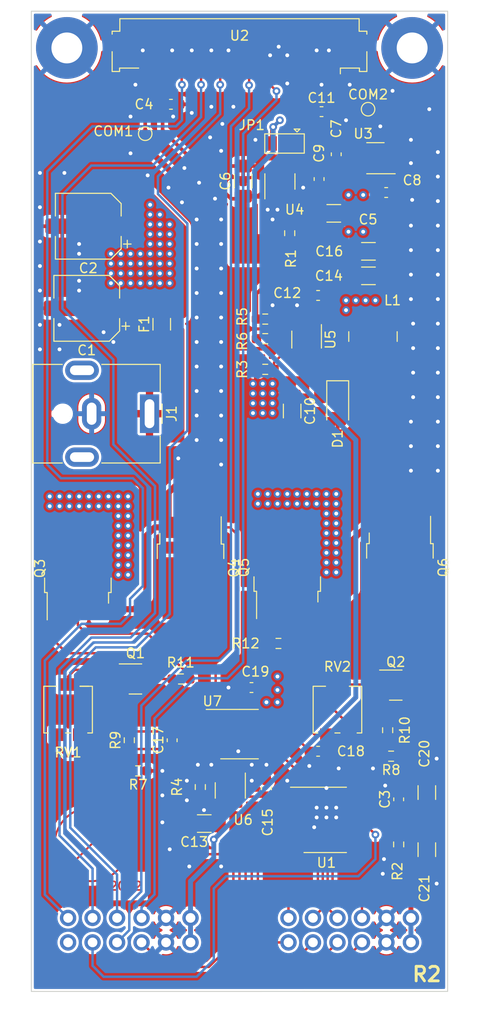
<source format=kicad_pcb>
(kicad_pcb (version 20211014) (generator pcbnew)
  (layers (0 "F.Cu" signal) (1 "In1.Cu" signal) (2 "In2.Cu" signal) (31 "B.Cu" signal) (34 "B.Paste" user) (35 "F.Paste" user) (36 "B.SilkS" user "B.Silkscreen") (37 "F.SilkS" user "F.Silkscreen") (38 "B.Mask" user) (39 "F.Mask" user) (44 "Edge.Cuts" user))
  (net 0 "")
  (net 1 "+36V")
  (net 2 "GND")
  (net 3 "/3V3_REG")
  (net 4 "+2V5")
  (net 5 "+48V")
  (net 6 "Net-(C7-Pad2)")
  (net 7 "Net-(C8-Pad1)")
  (net 8 "/2V5_REF")
  (net 9 "Net-(C12-Pad1)")
  (net 10 "/Amplifier/IN1_X13")
  (net 11 "Net-(C12-Pad2)")
  (net 12 "/Amplifier/IN2_X13")
  (net 13 "/EPSON_LAT")
  (net 15 "/EPSON_CH")
  (net 16 "/DAC_SEL")
  (net 17 "/PMODVCC")
  (net 18 "/EPSON_CLK")
  (net 19 "/EPSON_SICL")
  (net 20 "/EPSON_SIBK")
  (net 21 "/DAC0")
  (net 22 "/DAC1")
  (net 23 "/DAC2")
  (net 24 "/DAC3")
  (net 25 "/DAC4")
  (net 26 "/DAC5")
  (net 27 "/DAC6")
  (net 28 "/DAC7")
  (net 29 "+3V3")
  (net 30 "Net-(Q2-Pad1)")
  (net 31 "Net-(Q2-Pad3)")
  (net 32 "/COM1_AMP")
  (net 33 "/COM2_AMP")
  (net 34 "/Power/3V3_EN")
  (net 35 "Net-(R4-Pad2)")
  (net 36 "/COM1")
  (net 37 "/DAC_CS")
  (net 38 "/COM2")
  (net 41 "Net-(F1-Pad1)")
  (net 42 "Net-(C17-Pad1)")
  (net 43 "Net-(C18-Pad1)")
  (net 44 "Net-(R2-Pad1)")
  (net 45 "Net-(R3-Pad2)")
  (net 46 "Net-(R5-Pad1)")
  (net 47 "Net-(Q1-Pad3)")
  (net 48 "Net-(Q1-Pad1)")
  (footprint "Capacitor_SMD:C_0603_1608Metric_Pad1.08x0.95mm_HandSolder" (layer "F.Cu") (at 166.878 60.452)
    (fp_text reference "C4")
    (fp_text value "100nF")
  )
  (footprint "Capacitor_SMD:C_1206_3216Metric_Pad1.33x1.80mm_HandSolder" (layer "F.Cu") (at 183.769 71.755 180)
    (fp_text reference "C5")
    (fp_text value "4.7uF")
  )
  (footprint "Resistor_SMD:R_0603_1608Metric_Pad0.98x0.95mm_HandSolder" (layer "F.Cu") (at 176.66 84.7455 180)
    (fp_text reference "R6")
    (fp_text value "124k")
  )
  (footprint "Resistor_SMD:R_0603_1608Metric_Pad0.98x0.95mm_HandSolder" (layer "F.Cu") (at 162.56 126.365 90)
    (fp_text reference "R9")
    (fp_text value "30k")
  )
  (footprint "Capacitor_SMD:C_0603_1608Metric_Pad1.08x0.95mm_HandSolder" (layer "F.Cu") (at 175.2335 120.904 180)
    (fp_text reference "C19")
    (fp_text value "2.2uF")
  )
  (footprint "Capacitor_SMD:C_0603_1608Metric_Pad1.08x0.95mm_HandSolder" (layer "F.Cu") (at 176.784 131.3445 90)
    (fp_text reference "C15")
    (fp_text value "2.2uF")
  )
  (footprint "Resistor_SMD:R_0603_1608Metric_Pad0.98x0.95mm_HandSolder" (layer "F.Cu") (at 178.0305 116.332 180)
    (fp_text reference "R12")
    (fp_text value "10k")
  )
  (footprint "MountingHole:MountingHole_3.2mm_M3_Pad_TopBottom" (layer "F.Cu") (at 191.897 54.61)
    (fp_text reference "H2" hide)
    (fp_text value "MountingHole_Pad")
  )
  (footprint "Capacitor_SMD:C_1206_3216Metric_Pad1.33x1.80mm_HandSolder" (layer "F.Cu") (at 174.371 68.4145 90)
    (fp_text reference "C6")
    (fp_text value "4.7uF")
  )
  (footprint "Potentiometer_SMD:Potentiometer_Bourns_3214G_Horizontal" (layer "F.Cu") (at 184.15 123.19 -90)
    (fp_text reference "RV2")
    (fp_text value "10k")
  )
  (footprint "Capacitor_SMD:C_1206_3216Metric_Pad1.33x1.80mm_HandSolder" (layer "F.Cu") (at 170.3335 135.001 180)
    (fp_text reference "C13")
    (fp_text value "4.7uF")
  )
  (footprint "Capacitor_SMD:C_1206_3216Metric_Pad1.33x1.80mm_HandSolder" (layer "F.Cu") (at 193.421 131.7875 90)
    (fp_text reference "C20")
    (fp_text value "4.7uF")
  )
  (footprint "Resistor_SMD:R_0603_1608Metric_Pad0.98x0.95mm_HandSolder" (layer "F.Cu") (at 189.7145 128.016 180)
    (fp_text reference "R8")
    (fp_text value "1k")
  )
  (footprint "Capacitor_SMD:C_0603_1608Metric_Pad1.08x0.95mm_HandSolder" (layer "F.Cu") (at 182.499 61.214)
    (fp_text reference "C11")
    (fp_text value "2.2uF")
  )
  (footprint "Capacitor_SMD:CP_Elec_6.3x7.7" (layer "F.Cu") (at 158.1455 81.5975 180)
    (fp_text reference "C1")
    (fp_text value "22uF")
  )
  (footprint "Connector_BarrelJack:BarrelJack_CUI_PJ-063AH_Horizontal" (layer "F.Cu") (at 164.6555 92.5195 -90)
    (fp_text reference "J1")
    (fp_text value "Barrel_Jack")
  )
  (footprint "Fuse:Fuse_1206_3216Metric_Pad1.42x1.75mm_HandSolder" (layer "F.Cu") (at 165.9255 83.2485 90)
    (fp_text reference "F1")
    (fp_text value "Fuse")
  )
  (footprint "Package_TO_SOT_SMD:SOT-23-5" (layer "F.Cu") (at 173.035 131.5665 -90)
    (fp_text reference "U6")
    (fp_text value "LM4132xMF-2.5")
  )
  (footprint "Connector_FFC-FPC:Molex_200528-0210_1x21-1MP_P1.00mm_Horizontal" (layer "F.Cu") (at 173.99 55.88 180)
    (fp_text reference "U2")
    (fp_text value "XP4105_Printhead")
  )
  (footprint "Resistor_SMD:R_0603_1608Metric_Pad0.98x0.95mm_HandSolder" (layer "F.Cu") (at 167.9175 120.015 180)
    (fp_text reference "R11")
    (fp_text value "10k")
  )
  (footprint "Capacitor_SMD:C_1206_3216Metric_Pad1.33x1.80mm_HandSolder" (layer "F.Cu") (at 187.3635 75.692)
    (fp_text reference "C16")
    (fp_text value "4.7uF")
  )
  (footprint "Resistor_SMD:R_0603_1608Metric_Pad0.98x0.95mm_HandSolder" (layer "F.Cu") (at 163.4725 129.54 180)
    (fp_text reference "R7")
    (fp_text value "1k")
  )
  (footprint "Capacitor_SMD:C_0603_1608Metric_Pad1.08x0.95mm_HandSolder" (layer "F.Cu") (at 167.005 126.365 90)
    (fp_text reference "C17")
    (fp_text value "20pF")
  )
  (footprint "Resistor_SMD:R_0603_1608Metric_Pad0.98x0.95mm_HandSolder" (layer "F.Cu") (at 179.197 73.8105 90)
    (fp_text reference "R1")
    (fp_text value "10k")
  )
  (footprint "Capacitor_SMD:C_0603_1608Metric_Pad1.08x0.95mm_HandSolder" (layer "F.Cu") (at 182.245 68.199 -90)
    (fp_text reference "C9")
    (fp_text value "2.2uF")
  )
  (footprint "Capacitor_SMD:C_1206_3216Metric_Pad1.33x1.80mm_HandSolder" (layer "F.Cu") (at 179.451 92.2405 -90)
    (fp_text reference "C10")
    (fp_text value "4.7uF")
  )
  (footprint "Package_TO_SOT_SMD:SOT-23-8_Handsoldering" (layer "F.Cu") (at 188.087 66.04 180)
    (fp_text reference "U3")
    (fp_text value "LT3060")
  )
  (footprint "Capacitor_SMD:C_0603_1608Metric_Pad1.08x0.95mm_HandSolder" (layer "F.Cu") (at 190.5 132.4875 90)
    (fp_text reference "C3")
    (fp_text value "100nF")
  )
  (footprint "Capacitor_SMD:C_0603_1608Metric_Pad1.08x0.95mm_HandSolder" (layer "F.Cu") (at 184.023 65.6325 -90)
    (fp_text reference "C7")
    (fp_text value "10nF")
  )
  (footprint "Capacitor_SMD:C_0603_1608Metric_Pad1.08x0.95mm_HandSolder" (layer "F.Cu") (at 182.1445 127.508)
    (fp_text reference "C18")
    (fp_text value "20pF")
  )
  (footprint "Capacitor_SMD:C_1206_3216Metric_Pad1.33x1.80mm_HandSolder" (layer "F.Cu") (at 187.3635 78.232)
    (fp_text reference "C14")
    (fp_text value "4.7uF")
  )
  (footprint "Capacitor_SMD:C_0603_1608Metric_Pad1.08x0.95mm_HandSolder" (layer "F.Cu") (at 189.2035 69.596)
    (fp_text reference "C8")
    (fp_text value "10nF")
  )
  (footprint "Resistor_SMD:R_0603_1608Metric_Pad0.98x0.95mm_HandSolder" (layer "F.Cu") (at 176.66 87.9205)
    (fp_text reference "R3")
    (fp_text value "100k")
  )
  (footprint "Resistor_SMD:R_0603_1608Metric_Pad0.98x0.95mm_HandSolder" (layer "F.Cu") (at 190.5 137.16 -90)
    (fp_text reference "R2")
    (fp_text value "10k")
  )
  (footprint "Capacitor_SMD:C_0603_1608Metric_Pad1.08x0.95mm_HandSolder" (layer "F.Cu") (at 182.1445 80.264)
    (fp_text reference "C12")
    (fp_text value "100n")
  )
  (footprint "printhead_controller:PMOD-12-PERIPHERAL" (layer "F.Cu") (at 162.56 152.4 90)
    (fp_text reference "J2" hide)
    (fp_text value "PMOD")
  )
  (footprint "Capacitor_SMD:CP_Elec_6.3x7.7" (layer "F.Cu") (at 158.3055 73.0885 180)
    (fp_text reference "C2")
    (fp_text value "22uF")
  )
  (footprint "Package_TO_SOT_SMD:TO-252-3_TabPin2" (layer "F.Cu") (at 178.942 108.458 90)
    (fp_text reference "Q5")
    (fp_text value "MJD122")
  )
  (footprint "Inductor_SMD:L_Coilcraft_LPS5030" (layer "F.Cu") (at 187.833 84.5235 90)
    (fp_text reference "L1")
    (fp_text value "LPS5030-223MRC")
  )
  (footprint "TestPoint:TestPoint_Pad_D1.0mm" (layer "F.Cu") (at 164.211 63.5)
    (fp_text reference "TP2" hide)
    (fp_text value "TestPoint")
  )
  (footprint "Package_TO_SOT_SMD:TO-252-3_TabPin2" (layer "F.Cu") (at 168.91 108.502 -90)
    (fp_text reference "Q4")
    (fp_text value "MJD128")
  )
  (footprint "Diode_SMD:D_1206_3216Metric_Pad1.42x1.75mm_HandSolder" (layer "F.Cu") (at 184.1765 91.567 -90)
    (fp_text reference "D1")
    (fp_text value "CD1206-B2100")
  )
  (footprint "printhead_controller:PMOD-12-PERIPHERAL" (layer "F.Cu") (at 185.42 152.4 90)
    (fp_text reference "J3" hide)
    (fp_text value "PMOD")
  )
  (footprint "Package_TO_SOT_SMD:TSOT-23-5" (layer "F.Cu") (at 178.181 68.453 90)
    (fp_text reference "U4")
    (fp_text value "ADP7142AUJZ-3.3")
  )
  (footprint "Capacitor_SMD:C_1206_3216Metric_Pad1.33x1.80mm_HandSolder" (layer "F.Cu") (at 193.421 137.7065 -90)
    (fp_text reference "C21")
    (fp_text value "4.7uF")
  )
  (footprint "Package_TO_SOT_SMD:TO-252-3_TabPin2" (layer "F.Cu") (at 190.627 108.458 -90)
    (fp_text reference "Q6")
    (fp_text value "MJD128")
  )
  (footprint "Package_TO_SOT_SMD:SOT-23" (layer "F.Cu") (at 190.1975 120.65)
    (fp_text reference "Q2")
    (fp_text value "CMPT2222")
  )
  (footprint "Jumper:SolderJumper-3_P1.3mm_Open_Pad1.0x1.5mm" (layer "F.Cu") (at 178.659 64.516 180)
    (fp_text reference "JP1")
    (fp_text value "SolderJumper_3_Open")
  )
  (footprint "Resistor_SMD:R_0603_1608Metric_Pad0.98x0.95mm_HandSolder" (layer "F.Cu") (at 189.357 125.3255 90)
    (fp_text reference "R10")
    (fp_text value "30k")
  )
  (footprint "Package_TO_SOT_SMD:TO-252-3_TabPin2" (layer "F.Cu") (at 157.225 108.585 90)
    (fp_text reference "Q3")
    (fp_text value "MJD122")
  )
  (footprint "Resistor_SMD:R_0603_1608Metric_Pad0.98x0.95mm_HandSolder" (layer "F.Cu") (at 176.66 82.7135)
    (fp_text reference "R5")
    (fp_text value "2.8k")
  )
  (footprint "Package_SO:SOIC-8_3.9x4.9mm_P1.27mm" (layer "F.Cu") (at 173.99 125.73)
    (fp_text reference "U7")
    (fp_text value "LT1632")
  )
  (footprint "Package_TO_SOT_SMD:TSOT-23-6_HandSoldering" (layer "F.Cu") (at 180.975 84.836 -90)
    (fp_text reference "U5")
    (fp_text value "MP2459")
  )
  (footprint "Potentiometer_SMD:Potentiometer_Bourns_3214G_Horizontal" (layer "F.Cu") (at 156.21 123.19 -90)
    (fp_text reference "RV1")
    (fp_text value "10k")
  )
  (footprint "MountingHole:MountingHole_3.2mm_M3_Pad_TopBottom" (layer "F.Cu") (at 156.083 54.61)
    (fp_text reference "H1" hide)
    (fp_text value "MountingHole_Pad")
  )
  (footprint "TestPoint:TestPoint_Pad_D1.0mm" (layer "F.Cu") (at 187.325 60.96)
    (fp_text reference "TP1" hide)
    (fp_text value "TestPoint")
  )
  (footprint "Resistor_SMD:R_0603_1608Metric_Pad0.98x0.95mm_HandSolder" (layer "F.Cu") (at 169.926 131.2145 90)
    (fp_text reference "R4")
    (fp_text value "10k")
  )
  (footprint "Package_TO_SOT_SMD:SOT-23" (layer "F.Cu") (at 163.195 120.015)
    (fp_text reference "Q1")
    (fp_text value "CMPT2222")
  )
  (footprint "Package_SO:TSSOP-20_4.4x6.5mm_P0.65mm" (layer "F.Cu") (at 182.88 134.62)
    (fp_text reference "U1")
    (fp_text value "AD5428")
  )
  (gr_circle (center 158.623 137.16) (end 162.433 137.16) (layer "F.Cu") (width 0.2) (fill none))
  (gr_line (start 154.813 140.97) (end 162.433 133.35) (layer "F.Cu") (width 0.2))
  (gr_line (start 195.58 50.8) (end 195.58 152.398) (layer "Edge.Cuts") (width 0.1))
  (gr_line (start 195.58 152.398) (end 152.4 152.4) (layer "Edge.Cuts") (width 0.1))
  (gr_line (start 152.4 152.4) (end 152.4 50.8) (layer "Edge.Cuts") (width 0.1))
  (gr_line (start 152.4 50.8) (end 195.58 50.8) (layer "Edge.Cuts") (width 0.1))
  (gr_text "2022" (at 162.179 141.478) (layer "F.Cu") (effects (font (size 0.889 0.889) (thickness 0.15875))))
  (gr_text "R2" (at 193.421 150.622) (layer "F.SilkS") (effects (font (size 1.5 1.5) (thickness 0.3))))
  (segment (start 166.0155 60.198) (end 166.0155 63.1455) (width 0.381) (layer "F.Cu") (net 1))
  (segment (start 175.74751 80.09349) (end 175.74751 82.7135) (width 0.381) (layer "F.Cu") (net 1))
  (segment (start 177.609 78.232) (end 175.74751 80.09349) (width 0.381) (layer "F.Cu") (net 1))
  (segment (start 174.371 69.977) (end 176.022 69.977) (width 0.508) (layer "F.Cu") (net 1))
  (segment (start 165.99 60.1725) (end 166.0155 60.198) (width 0.381) (layer "F.Cu") (net 1))
  (segment (start 166.0155 63.1455) (end 173.113 70.243) (width 0.381) (layer "F.Cu") (net 1))
  (segment (start 188.087 66.548) (end 188.087 65.38) (width 0.25) (layer "F.Cu") (net 1))
  (segment (start 185.37 71.628) (end 185.761 71.628) (width 0.25) (layer "F.Cu") (net 1))
  (segment (start 165.99 56.79) (end 165.99 60.1725) (width 0.381) (layer "F.Cu") (net 1))
  (segment (start 187.767 65.06) (end 186.737 65.06) (width 0.25) (layer "F.Cu") (net 1))
  (segment (start 188.341 71.882) (end 185.4585 71.882) (width 0.25) (layer "F.Cu") (net 1))
  (segment (start 177.609 78.232) (end 186.182 78.232) (width 0.381) (layer "F.Cu") (net 1))
  (segment (start 188.559 67.02) (end 188.087 66.548) (width 0.25) (layer "F.Cu") (net 1))
  (segment (start 189.437 67.02) (end 189.20398 67.25302) (width 0.25) (layer "F.Cu") (net 1))
  (segment (start 173.113 70.243) (end 174.625 70.243) (width 0.381) (layer "F.Cu") (net 1))
  (segment (start 189.20398 71.01902) (end 188.341 71.882) (width 0.25) (layer "F.Cu") (net 1))
  (segment (start 188.087 65.38) (end 187.767 65.06) (width 0.25) (layer "F.Cu") (net 1))
  (segment (start 189.437 67.02) (end 188.559 67.02) (width 0.25) (layer "F.Cu") (net 1))
  (segment (start 189.20398 67.25302) (end 189.20398 71.01902) (width 0.25) (layer "F.Cu") (net 1))
  (segment (start 176.022 69.977) (end 176.408512 69.590488) (width 0.508) (layer "F.Cu") (net 1))
  (segment (start 185.4585 71.882) (end 185.3315 71.755) (width 0.25) (layer "F.Cu") (net 1))
  (segment (start 176.408512 69.590488) (end 177.230989 69.590488) (width 0.508) (layer "F.Cu") (net 1))
  (via (at 185.039 81.788) (size 0.8) (drill 0.4) (layers "F.Cu" "B.Cu") (net 1))
  (via (at 187.071 80.772) (size 0.8) (drill 0.4) (layers "F.Cu" "B.Cu") (net 1))
  (via (at 177.927 122.428) (size 0.8) (drill 0.4) (layers "F.Cu" "B.Cu") (net 1))
  (via (at 186.817 69.85) (size 0.8) (drill 0.4) (layers "F.Cu" "B.Cu") (net 1))
  (via (at 185.293 73.66) (size 0.8) (drill 0.4) (layers "F.Cu" "B.Cu") (net 1))
  (via (at 177.927 121.158) (size 0.8) (drill 0.4) (layers "F.Cu" "B.Cu") (net 1))
  (via (at 177.927 119.761) (size 0.8) (drill 0.4) (layers "F.Cu" "B.Cu") (net 1))
  (via (at 188.087 80.772) (size 0.8) (drill 0.4) (layers "F.Cu" "B.Cu") (net 1))
  (via (at 185.039 80.772) (size 0.8) (drill 0.4) (layers "F.Cu" "B.Cu") (net 1))
  (via (at 186.817 73.66) (size 0.8) (drill 0.4) (layers "F.Cu" "B.Cu") (net 1))
  (via (at 186.055 80.772) (size 0.8) (drill 0.4) (layers "F.Cu" "B.Cu") (net 1))
  (via (at 176.784 122.428) (size 0.8) (drill 0.4) (layers "F.Cu" "B.Cu") (net 1))
  (via (at 185.293 69.85) (size 0.8) (drill 0.4) (layers "F.Cu" "B.Cu") (net 1))
  (segment (start 180.017496 134.295007) (end 181.285007 134.295007) (width 0.381) (layer "F.Cu") (net 2))
  (via (at 175.26 130.556) (size 0.8) (drill 0.4) (layers "F.Cu" "B.Cu") (net 2))
  (via (at 162.687 65.532) (size 0.8) (drill 0.4) (layers "F.Cu" "B.Cu") (net 2))
  (via (at 191.9986 83.185) (size 0.8) (drill 0.4) (layers "F.Cu" "B.Cu") (net 2))
  (via (at 185.42 58.42) (size 0.8) (drill 0.4) (layers "F.Cu" "B.Cu") (net 2))
  (via (at 194.564 93.345) (size 0.8) (drill 0.4) (layers "F.Cu" "B.Cu") (net 2))
  (via (at 166.624 69.088) (size 0.8) (drill 0.4) (layers "F.Cu" "B.Cu") (net 2))
  (via (at 184.277 129.286) (size 0.8) (drill 0.4) (layers "F.Cu" "B.Cu") (net 2))
  (via (at 155.829 67.564) (size 0.8) (drill 0.4) (layers "F.Cu" "B.Cu") (net 2))
  (via (at 180.594 69.088) (size 0.8) (drill 0.4) (layers "F.Cu" "B.Cu") (net 2))
  (via (at 176.784 128.905) (size 0.8) (drill 0.4) (layers "F.Cu" "B.Cu") (net 2))
  (via (at 194.564 83.185) (size 0.8) (drill 0.4) (layers "F.Cu" "B.Cu") (net 2))
  (via (at 165.989 132.08) (size 0.8) (drill 0.4) (layers "F.Cu" "B.Cu") (net 2))
  (via (at 171.069 60.706) (size 0.8) (drill 0.4) (layers "F.Cu" "B.Cu") (net 2))
  (via (at 172.085 82.55) (size 0.8) (drill 0.4) (layers "F.Cu" "B.Cu") (net 2))
  (via (at 169.037 61.341) (size 0.8) (drill 0.4) (layers "F.Cu" "B.Cu") (net 2))
  (via (at 172.847 120.904) (size 0.8) (drill 0.4) (layers "F.Cu" "B.Cu") (net 2))
  (via (at 153.289 67.564) (size 0.8) (drill 0.4) (layers "F.Cu" "B.Cu") (net 2))
  (via (at 191.77 98.425) (size 0.8) (drill 0.4) (layers "F.Cu" "B.Cu") (net 2))
  (via (at 172.085 90.17) (size 0.8) (drill 0.4) (layers "F.Cu" "B.Cu") (net 2))
  (via (at 157.353 75.946) (size 0.8) (drill 0.4) (layers "F.Cu" "B.Cu") (net 2))
  (via (at 169.545 82.55) (size 0.8) (drill 0.4) (layers "F.Cu" "B.Cu") (net 2))
  (via (at 172.212 62.484) (size 0.8) (drill 0.4) (layers "F.Cu" "B.Cu") (net 2))
  (via (at 188.976 138.684) (size 0.8) (drill 0.4) (layers "F.Cu" "B.Cu") (net 2))
  (via (at 191.77 66.548) (size 0.8) (drill 0.4) (layers "F.Cu" "B.Cu") (net 2))
  (via (at 171.069 54.864) (size 0.8) (drill 0.4) (layers "F.Cu" "B.Cu") (net 2))
  (via (at 191.897 70.358) (size 0.8) (drill 0.4) (layers "F.Cu" "B.Cu") (net 2))
  (via (at 170.307 133.604) (size 0.8) (drill 0.4) (layers "F.Cu" "B.Cu") (net 2))
  (via (at 172.085 65.278) (size 0.8) (drill 0.4) (layers "F.Cu" "B.Cu") (net 2))
  (via (at 181.991 133.35) (size 0.8) (drill 0.4) (layers "F.Cu" "B.Cu") (net 2))
  (via (at 176.911 71.374) (size 0.8) (drill 0.4) (layers "F.Cu" "B.Cu") (net 2))
  (via (at 172.085 77.47) (size 0.8) (drill 0.4) (layers "F.Cu" "B.Cu") (net 2))
  (via (at 187.833 129.286) (size 0.8) (drill 0.4) (layers "F.Cu" "B.Cu") (net 2))
  (via (at 169.545 72.39) (size 0.8) (drill 0.4) (layers "F.Cu" "B.Cu") (net 2))
  (via (at 191.77 73.025) (size 0.8) (drill 0.4) (layers "F.Cu" "B.Cu") (net 2))
  (via (at 153.289 77.216) (size 0.8) (drill 0.4) (layers "F.Cu" "B.Cu") (net 2))
  (via (at 191.9986 85.725) (size 0.8) (drill 0.4) (layers "F.Cu" "B.Cu") (net 2))
  (via (at 157.353 74.93) (size 0.8) (drill 0.4) (layers "F.Cu" "B.Cu") (net 2))
  (via (at 194.564 98.425) (size 0.8) (drill 0.4) (layers "F.Cu" "B.Cu") (net 2))
  (via (at 194.564 90.805) (size 0.8) (drill 0.4) (layers "F.Cu" "B.Cu") (net 2))
  (via (at 178.943 58.293) (size 0.8) (drill 0.4) (layers "F.Cu" "B.Cu") (net 2))
  (via (at 181.991 54.864) (size 0.8) (drill 0.4) (layers "F.Cu" "B.Cu") (net 2))
  (via (at 183.007 133.35) (size 0.8) (drill 0.4) (layers "F.Cu" "B.Cu") (net 2))
  (via (at 172.085 92.71) (size 0.8) (drill 0.4) (layers "F.Cu" "B.Cu") (net 2))
  (via (at 177.927 71.374) (size 0.8) (drill 0.4) (layers "F.Cu" "B.Cu") (net 2))
  (via (at 183.261 54.864) (size 0.8) (drill 0.4) (layers "F.Cu" "B.Cu") (net 2))
  (via (at 189.865 59.055) (size 0.8) (drill 0.4) (layers "F.Cu" "B.Cu") (net 2))
  (via (at 171.45 70.231) (size 0.8) (drill 0.4) (layers "F.Cu" "B.Cu") (net 2))
  (via (at 169.545 74.93) (size 0.8) (drill 0.4) (layers "F.Cu" "B.Cu") (net 2))
  (via (at 167.64 97.155) (size 0.8) (drill 0.4) (layers "F.Cu" "B.Cu") (net 2))
  (via (at 191.9986 90.805) (size 0.8) (drill 0.4) (layers "F.Cu" "B.Cu") (net 2))
  (via (at 169.672 128.905) (size 0.8) (drill 0.4) (layers "F.Cu" "B.Cu") (net 2))
  (via (at 169.545 85.09) (size 0.8) (drill 0.4) (layers "F.Cu" "B.Cu") (net 2))
  (via (at 181.991 134.366) (size 0.8) (drill 0.4) (layers "F.Cu" "B.Cu") (net 2))
  (via (at 191.77 93.345) (size 0.8) (drill 0.4) (layers "F.Cu" "B.Cu") (net 2))
  (via (at 194.564 80.645) (size 0.8) (drill 0.4) (layers "F.Cu" "B.Cu") (net 2))
  (via (at 188.849 140.208) (size 0.8) (drill 0.4) (layers "F.Cu" "B.Cu") (net 2))
  (via (at 191.77 75.565) (size 0.8) (drill 0.4) (layers "F.Cu" "B.Cu") (net 2))
  (via (at 191.77 78.105) (size 0.8) (drill 0.4) (layers "F.Cu" "B.Cu") (net 2))
  (via (at 173.355 60.706) (size 0.8) (drill 0.4) (layers "F.Cu" "B.Cu") (net 2))
  (via (at 172.085 85.09) (size 0.8) (drill 0.4) (layers "F.Cu" "B.Cu") (net 2))
  (via (at 153.289 85.852) (size 0.8) (drill 0.4) (layers "F.Cu" "B.Cu") (net 2))
  (via (at 184.023 134.366) (size 0.8) (drill 0.4) (layers "F.Cu" "B.Cu") (net 2))
  (via (at 155.321 83.312) (size 0.8) (drill 0.4) (layers "F.Cu" "B.Cu") (net 2))
  (via (at 163.195 58.42) (size 0.8) (drill 0.4) (layers "F.Cu" "B.Cu") (net 2))
  (via (at 172.085 95.25) (size 0.8) (drill 0.4) (layers "F.Cu" "B.Cu") (net 2))
  (via (at 177.165 55.372) (size 0.8) (drill 0.4) (layers "F.Cu" "B.Cu") (net 2))
  (via (at 194.564 85.725) (size 0.8) (drill 0.4) (layers "F.Cu" "B.Cu") (net 2))
  (via (at 194.564 65.405) (size 0.8) (drill 0.4) (layers "F.Cu" "B.Cu") (net 2))
  (via (at 194.564 75.565) (size 0.8) (drill 0.4) (layers "F.Cu" "B.Cu") (net 2))
  (via (at 153.289 83.312) (size 0.8) (drill 0.4) (layers "F.Cu" "B.Cu") (net 2))
  (via (at 183.007 134.366) (size 0.8) (drill 0.4) (layers "F.Cu" "B.Cu") (net 2))
  (via (at 181.737 135.382) (size 0.8) (drill 0.4) (layers "F.Cu" "B.Cu") (net 2))
  (via (at 194.437 128.27) (size 0.8) (drill 0.4) (layers "F.Cu" "B.Cu") (net 2))
  (via (at 165.989 134.874) (size 0.8) (drill 0.4) (layers "F.Cu" "B.Cu") (net 2))
  (via (at 172.085 74.93) (size 0.8) (drill 0.4) (layers "F.Cu" "B.Cu") (net 2))
  (via (at 172.847 54.864) (size 0.8) (drill 0.4) (layers "F.Cu" "B.Cu") (net 2))
  (via (at 179.959 81.28) (size 0.8) (drill 0.4) (layers "F.Cu" "B.Cu") (net 2))
  (via (at 165.989 129.54) (size 0.8) (drill 0.4) (layers "F.Cu" "B.Cu") (net 2))
  (via (at 194.564 73.025) (size 0.8) (drill 0.4) (layers "F.Cu" "B.Cu") (net 2))
  (via (at 175.641 64.135) (size 0.8) (drill 0.4) (layers "F.Cu" "B.Cu") (net 2))
  (via (at 191.77 80.645) (size 0.8) (drill 0.4) (layers "F.Cu" "B.Cu") (net 2))
  (via (at 178.054 54.483) (size 0.8) (drill 0.4) (layers "F.Cu" "B.Cu") (net 2))
  (via (at 153.289 79.756) (size 0.8) (drill 0.4) (layers "F.Cu" "B.Cu") (net 2))
  (via (at 191.77 64.135) (size 0.8) (drill 0.4) (layers "F.Cu" "B.Cu") (net 2))
  (via (at 169.545 95.25) (size 0.8) (drill 0.4) (layers "F.Cu" "B.Cu") (net 2))
  (via (at 155.321 85.852) (size 0.8) (drill 0.4) (layers "F.Cu" "B.Cu") (net 2))
  (via (at 164.465 67.818) (size 0.8) (drill 0.4) (layers "F.Cu" "B.Cu") (net 2))
  (via (at 193.675 60.96) (size 0.8) (drill 0.4) (layers "F.Cu" "B.Cu") (net 2))
  (via (at 168.529 130.556) (size 0.8) (drill 0.4) (layers "F.Cu" "B.Cu") (net 2))
  (via (at 166.751 137.668) (size 0.8) (drill 0.4) (layers "F.Cu" "B.Cu") (net 2))
  (via (at 191.77 95.885) (size 0.8) (drill 0.4) (layers "F.Cu" "B.Cu") (net 2))
  (via (at 153.289 74.676) (size 0.8) (drill 0.4) (layers "F.Cu" "B.Cu") (net 2))
  (via (at 175.26 128.905) (size 0.8) (drill 0.4) (layers "F.Cu" "B.Cu") (net 2))
  (via (at 160.909 85.09) (size 0.8) (drill 0.4) (layers "F.Cu" "B.Cu") (net 2))
  (via (at 188.595 62.738) (size 0.8) (drill 0.4) (layers "F.Cu" "B.Cu") (net 2))
  (via (at 183.007 131.318) (size 0.8) (drill 0.4) (layers "F.Cu" "B.Cu") (net 2))
  (via (at 170.942 63.881) (size 0.8) (drill 0.4) (layers "F.Cu" "B.Cu") (net 2))
  (via (at 169.545 77.47) (size 0.8) (drill 0.4) (layers "F.Cu" "B.Cu") (net 2))
  (via (at 167.005 54.864) (size 0.8) (drill 0.4) (layers "F.Cu" "B.Cu") (net 2))
  (via (at 162.687 61.722) (size 0.8) (drill 0.4) (layers "F.Cu" "B.Cu") (net 2))
  (via (at 194.437 141.224) (size 0.8) (drill 0.4) (layers "F.Cu" "B.Cu") (net 2))
  (via (at 194.564 95.885) (size 0.8) (drill 0.4) (layers "F.Cu" "B.Cu") (net 2))
  (via (at 172.085 87.63) (size 0.8) (drill 0.4) (layers "F.Cu" "B.Cu") (net 2))
  (via (at 194.564 70.485) (size 0.8) (drill 0.4) (layers "F.Cu" "B.Cu") (net 2))
  (via (at 172.085 97.79) (size 0.8) (drill 0.4) (layers "F.Cu" "B.Cu") (net 2))
  (via (at 173.863 127.508) (size 0.8) (drill 0.4) (layers "F.Cu" "B.Cu") (net 2))
  (via (at 172.085 80.01) (size 0.8) (drill 0.4) (layers "F.Cu" "B.Cu") (net 2))
  (via (at 159.893 84.074) (size 0.8) (drill 0.4) (layers "F.Cu" "B.Cu") (net 2))
  (via (at 189.103 131.064) (size 0.8) (drill 0.4) (layers "F.Cu" "B.Cu") (net 2))
  (via (at 168.021 70.612) (size 0.8) (drill 0.4) (layers "F.Cu" "B.Cu") (net 2))
  (via (at 194.564 78.105) (size 0.8) (drill 0.4) (layers "F.Cu" "B.Cu") (net 2))
  (via (at 169.545 80.01) (size 0.8) (drill 0.4) (layers "F.Cu" "B.Cu") (net 2))
  (via (at 169.799 68.58) (size 0.8) (drill 0.4) (layers "F.Cu" "B.Cu") (net 2))
  (via (at 177.419 81.28) (size 0.8) (drill 0.4) (layers "F.Cu" "B.Cu") (net 2))
  (via (at 185.039 62.103) (size 0.8) (drill 0.4) (layers "F.Cu" "B.Cu") (net 2))
  (via (at 168.529 132.588) (size 0.8) (drill 0.4) (layers "F.Cu" "B.Cu") (net 2))
  (via (at 157.353 78.74) (size 0.8) (drill 0.4) (layers "F.Cu" "B.Cu") (net 2))
  (via (at 169.545 92.71) (size 0.8) (drill 0.4) (layers "F.Cu" "B.Cu") (net 2))
  (via (at 169.545 90.17) (size 0.8) (drill 0.4) (layers "F.Cu" "B.Cu") (net 2))
  (via (at 182.499 58.42) (size 0.8) (drill 0.4) (layers "F.Cu" "B.Cu") (net 2))
  (via (at 172.085 72.39) (size 0.8) (drill 0.4) (layers "F.Cu" "B.Cu") (net 2))
  (via (at 194.564 88.265) (size 0.8) (drill 0.4) (layers "F.Cu" "B.Cu") (net 2))
  (via (at 181.229 129.032) (size 0.8) (drill 0.4) (layers "F.Cu" "B.Cu") (net 2))
  (via (at 157.353 79.756) (size 0.8) (drill 0.4) (layers "F.Cu" "B.Cu") (net 2))
  (via (at 163.957 54.864) (size 0.8) (drill 0.4) (layers "F.Cu" "B.Cu") (net 2))
  (via (at 178.943 130.556) (size 0.8) (drill 0.4) (layers "F.Cu" "B.Cu") (net 2))
  (via (at 168.783 139.446) (size 0.8) (drill 0.4) (layers "F.Cu" "B.Cu") (net 2))
  (via (at 178.943 55.372) (size 0.8) (drill 0.4) (layers "F.Cu" "B.Cu") (net 2))
  (via (at 169.545 87.63) (size 0.8) (drill 0.4) (layers "F.Cu" "B.Cu") (net 2))
  (via (at 167.1066 61.722) (size 0.8) (drill 0.4) (layers "F.Cu" "B.Cu") (net 2))
  (via (at 153.289 71.12) (size 0.8) (drill 0.4) (layers "F.Cu" "B.Cu") (net 2))
  (via (at 172.085 139.446) (size 0.8) (drill 0.4) (layers "F.Cu" "B.Cu") (net 2))
  (via (at 169.037 54.864) (size 0.8) (drill 0.4) (layers "F.Cu" "B.Cu") (net 2))
  (via (at 191.9986 88.265) (size 0.8) (drill 0.4) (layers "F.Cu" "B.Cu") (net 2))
  (via (at 171.069 128.905) (size 0.8) (drill 0.4) (layers "F.Cu" "B.Cu") (net 2))
  (via (at 184.023 133.35) (size 0.8) (drill 0.4) (layers "F.Cu" "B.Cu") (net 2))
  (via (at 194.564 67.945) (size 0.8) (drill 0.4) (layers "F.Cu" "B.Cu") (net 2))
  (via (at 177.419 72.39) (size 0.8) (drill 0.4) (layers "F.Cu" "B.Cu") (net 2))
  (via (at 168.275 67.056) (size 0.8) (drill 0.4) (layers "F.Cu" "B.Cu") (net 2))
  (segment (start 177.230989 67.315512) (end 179.131011 67.315512) (width 0.381) (layer "F.Cu") (net 3))
  (segment (start 179.152 67.3365) (end 179.131 67.3155) (width 0.25) (layer "F.Cu") (net 3))
  (segment (start 182.245 67.336492) (end 182.245 65.278) (width 0.381) (layer "F.Cu") (net 3))
  (segment (start 181.483 64.516) (end 179.959 64.516) (width 0.381) (layer "F.Cu") (net 3))
  (segment (start 182.245 65.278) (end 181.483 64.516) (width 0.381) (layer "F.Cu") (net 3))
  (segment (start 182.245 67.336492) (end 179.151991 67.336492) (width 0.381) (layer "F.Cu") (net 3))
  (segment (start 181.636492 60.199092) (end 180.990011 59.552611) (width 0.381) (layer "F.Cu") (net 4))
  (segment (start 181.636492 62.383492) (end 181.636492 61.214) (width 0.381) (layer "F.Cu") (net 4))
  (segment (start 184.963003 65.710003) (end 184.023 64.77) (width 0.381) (layer "F.Cu") (net 4))
  (segment (start 186.73699 65.710003) (end 184.963003 65.710003) (width 0.381) (layer "F.Cu") (net 4))
  (segment (start 184.023 64.77) (end 181.636492 62.383492) (width 0.381) (layer "F.Cu") (net 4))
  (segment (start 181.636492 61.214) (end 181.636492 60.199092) (width 0.381) (layer "F.Cu") (net 4))
  (segment (start 180.990011 56.790006) (end 180.990011 59.552611) (width 0.381) (layer "F.Cu") (net 4))
  (segment (start 178.943 116.332) (end 178.942 116.331) (width 0.25) (layer "F.Cu") (net 5))
  (segment (start 157.225009 112.784992) (end 157.225009 106.485004) (width 0.762) (layer "F.Cu") (net 5))
  (segment (start 168.83 119.681) (end 168.83 120.015) (width 0.25) (layer "F.Cu") (net 5))
  (segment (start 157.225 112.785) (end 157.225 114.426) (width 0.25) (layer "F.Cu") (net 5))
  (segment (start 180.975 89.154) (end 179.705 89.154) (width 0.25) (layer "F.Cu") (net 5))
  (segment (start 178.942009 112.657992) (end 178.942009 106.358004) (width 0.508) (layer "F.Cu") (net 5))
  (segment (start 179.705 89.154) (end 179.705 90.678) (width 0.25) (layer "F.Cu") (net 5))
  (segment (start 157.225 114.426) (end 158.115 115.316) (width 0.25) (layer "F.Cu") (net 5))
  (segment (start 180.975 86.546004) (end 180.975 89.154) (width 0.635) (layer "F.Cu") (net 5))
  (segment (start 164.465 115.316) (end 168.83 119.681) (width 0.25) (layer "F.Cu") (net 5))
  (segment (start 178.942009 116.331009) (end 178.942009 112.657992) (width 0.381) (layer "F.Cu") (net 5))
  (segment (start 158.115 115.316) (end 164.465 115.316) (width 0.25) (layer "F.Cu") (net 5))
  (via (at 184.023 104.902) (size 0.8) (drill 0.4) (layers "F.Cu" "B.Cu") (net 5))
  (via (at 165.735 78.994) (size 0.8) (drill 0.4) (layers "F.Cu" "B.Cu") (net 5))
  (via (at 162.433 105.156) (size 0.8) (drill 0.4) (layers "F.Cu" "B.Cu") (net 5))
  (via (at 162.433 109.22) (size 0.8) (drill 0.4) (layers "F.Cu" "B.Cu") (net 5))
  (via (at 179.959 101.854) (size 0.8) (drill 0.4) (layers "F.Cu" "B.Cu") (net 5))
  (via (at 156.337 101.092) (size 0.8) (drill 0.4) (layers "F.Cu" "B.Cu") (net 5))
  (via (at 162.433 104.14) (size 0.8) (drill 0.4) (layers "F.Cu" "B.Cu") (net 5))
  (via (at 165.735 71.882) (size 0.8) (drill 0.4) (layers "F.Cu" "B.Cu") (net 5))
  (via (at 183.007 106.934) (size 0.8) (drill 0.4) (layers "F.Cu" "B.Cu") (net 5))
  (via (at 155.321 102.108) (size 0.8) (drill 0.4) (layers "F.Cu" "B.Cu") (net 5))
  (via (at 159.385 102.108) (size 0.8) (drill 0.4) (layers "F.Cu" "B.Cu") (net 5))
  (via (at 180.975 101.854) (size 0.8) (drill 0.4) (layers "F.Cu" "B.Cu") (net 5))
  (via (at 183.007 107.95) (size 0.8) (drill 0.4) (layers "F.Cu" "B.Cu") (net 5))
  (via (at 164.719 70.866) (size 0.8) (drill 0.4) (layers "F.Cu" "B.Cu") (net 5))
  (via (at 161.417 108.204) (size 0.8) (drill 0.4) (layers "F.Cu" "B.Cu") (net 5))
  (via (at 166.751 75.946) (size 0.8) (drill 0.4) (layers "F.Cu" "B.Cu") (net 5))
  (via (at 163.703 75.946) (size 0.8) (drill 0.4) (layers "F.Cu" "B.Cu") (net 5))
  (via (at 176.403 89.408) (size 0.8) (drill 0.4) (layers "F.Cu" "B.Cu") (net 5))
  (via (at 178.943 100.838) (size 0.8) (drill 0.4) (layers "F.Cu" "B.Cu") (net 5))
  (via (at 175.387 92.456) (size 0.8) (drill 0.4) (layers "F.Cu" "B.Cu") (net 5))
  (via (at 183.007 105.918) (size 0.8) (drill 0.4) (layers "F.Cu" "B.Cu") (net 5))
  (via (at 164.719 74.93) (size 0.8) (drill 0.4) (layers "F.Cu" "B.Cu") (net 5))
  (via (at 162.687 78.994) (size 0.8) (drill 0.4) (layers "F.Cu" "B.Cu") (net 5))
  (via (at 175.895 101.854) (size 0.8) (drill 0.4) (layers "F.Cu" "B.Cu") (net 5))
  (via (at 160.655 75.946) (size 0.8) (drill 0.4) (layers "F.Cu" "B.Cu") (net 5))
  (via (at 161.671 77.978) (size 0.8) (drill 0.4) (layers "F.Cu" "B.Cu") (net 5))
  (via (at 162.433 101.092) (size 0.8) (drill 0.4) (layers "F.Cu" "B.Cu") (net 5))
  (via (at 161.417 103.124) (size 0.8) (drill 0.4) (layers "F.Cu" "B.Cu") (net 5))
  (via (at 183.007 101.854) (size 0.8) (drill 0.4) (layers "F.Cu" "B.Cu") (net 5))
  (via (at 175.387 89.408) (size 0.8) (drill 0.4) (layers "F.Cu" "B.Cu") (net 5))
  (via (at 163.703 77.978) (size 0.8) (drill 0.4) (layers "F.Cu" "B.Cu") (net 5))
  (via (at 183.007 103.886) (size 0.8) (drill 0.4) (layers "F.Cu" "B.Cu") (net 5))
  (via (at 176.403 92.456) (size 0.8) (drill 0.4) (layers "F.Cu" "B.Cu") (net 5))
  (via (at 158.369 102.108) (size 0.8) (drill 0.4) (layers "F.Cu" "B.Cu") (net 5))
  (via (at 183.007 104.902) (size 0.8) (drill 0.4) (layers "F.Cu" "B.Cu") (net 5))
  (via (at 166.751 73.914) (size 0.8) (drill 0.4) (layers "F.Cu" "B.Cu") (net 5))
  (via (at 164.719 75.946) (size 0.8) (drill 0.4) (layers "F.Cu" "B.Cu") (net 5))
  (via (at 156.337 102.108) (size 0.8) (drill 0.4) (layers "F.Cu" "B.Cu") (net 5))
  (via (at 160.401 102.108) (size 0.8) (drill 0.4) (layers "F.Cu" "B.Cu") (net 5))
  (via (at 161.671 75.946) (size 0.8) (drill 0.4) (layers "F.Cu" "B.Cu") (net 5))
  (via (at 162.687 75.946) (size 0.8) (drill 0.4) (layers "F.Cu" "B.Cu") (net 5))
  (via (at 161.417 105.156) (size 0.8) (drill 0.4) (layers "F.Cu" "B.Cu") (net 5))
  (via (at 161.417 104.14) (size 0.8) (drill 0.4) (layers "F.Cu" "B.Cu") (net 5))
  (via (at 159.385 101.092) (size 0.8) (drill 0.4) (layers "F.Cu" "B.Cu") (net 5))
  (via (at 160.655 77.978) (size 0.8) (drill 0.4) (layers "F.Cu" "B.Cu") (net 5))
  (via (at 162.433 103.124) (size 0.8) (drill 0.4) (layers "F.Cu" "B.Cu") (net 5))
  (via (at 164.719 73.914) (size 0.8) (drill 0.4) (layers "F.Cu" "B.Cu") (net 5))
  (via (at 166.751 74.93) (size 0.8) (drill 0.4) (layers "F.Cu" "B.Cu") (net 5))
  (via (at 184.023 105.918) (size 0.8) (drill 0.4) (layers "F.Cu" "B.Cu") (net 5))
  (via (at 165.735 76.962) (size 0.8) (drill 0.4) (layers "F.Cu" "B.Cu") (net 5))
  (via (at 177.927 100.838) (size 0.8) (drill 0.4) (layers "F.Cu" "B.Cu") (net 5))
  (via (at 181.991 100.838) (size 0.8) (drill 0.4) (layers "F.Cu" "B.Cu") (net 5))
  (via (at 177.927 101.854) (size 0.8) (drill 0.4) (layers "F.Cu" "B.Cu") (net 5))
  (via (at 179.959 100.838) (size 0.8) (drill 0.4) (layers "F.Cu" "B.Cu") (net 5))
  (via (at 160.655 76.962) (size 0.8) (drill 0.4) (layers "F.Cu" "B.Cu") (net 5))
  (via (at 183.007 102.87) (size 0.8) (drill 0.4) (layers "F.Cu" "B.Cu") (net 5))
  (via (at 161.671 78.994) (size 0.8) (drill 0.4) (layers "F.Cu" "B.Cu") (net 5))
  (via (at 177.419 89.408) (size 0.8) (drill 0.4) (layers "F.Cu" "B.Cu") (net 5))
  (via (at 160.655 78.994) (size 0.8) (drill 0.4) (layers "F.Cu" "B.Cu") (net 5))
  (via (at 164.719 77.978) (size 0.8) (drill 0.4) (layers "F.Cu" "B.Cu") (net 5))
  (via (at 184.023 106.934) (size 0.8) (drill 0.4) (layers "F.Cu" "B.Cu") (net 5))
  (via (at 177.419 92.456) (size 0.8) (drill 0.4) (layers "F.Cu" "B.Cu") (net 5))
  (via (at 161.417 107.188) (size 0.8) (drill 0.4) (layers "F.Cu" "B.Cu") (net 5))
  (via (at 165.735 73.914) (size 0.8) (drill 0.4) (layers "F.Cu" "B.Cu") (net 5))
  (via (at 175.387 90.424) (size 0.8) (drill 0.4) (layers "F.Cu" "B.Cu") (net 5))
  (via (at 162.433 106.172) (size 0.8) (drill 0.4) (layers "F.Cu" "B.Cu") (net 5))
  (via (at 184.023 103.886) (size 0.8) (drill 0.4) (layers "F.Cu" "B.Cu") (net 5))
  (via (at 165.735 75.946) (size 0.8) (drill 0.4) (layers "F.Cu" "B.Cu") (net 5))
  (via (at 184.023 107.95) (size 0.8) (drill 0.4) (layers "F.Cu" "B.Cu") (net 5))
  (via (at 166.751 76.962) (size 0.8) (drill 0.4) (layers "F.Cu" "B.Cu") (net 5))
  (via (at 163.703 76.962) (size 0.8) (drill 0.4) (layers "F.Cu" "B.Cu") (net 5))
  (via (at 161.417 106.172) (size 0.8) (drill 0.4) (layers "F.Cu" "B.Cu") (net 5))
  (via (at 155.321 101.092) (size 0.8) (drill 0.4) (layers "F.Cu" "B.Cu") (net 5))
  (via (at 160.401 101.092) (size 0.8) (drill 0.4) (layers "F.Cu" "B.Cu") (net 5))
  (via (at 157.353 101.092) (size 0.8) (drill 0.4) (layers "F.Cu" "B.Cu") (net 5))
  (via (at 184.023 108.966) (size 0.8) (drill 0.4) (layers "F.Cu" "B.Cu") (net 5))
  (via (at 164.719 71.882) (size 0.8) (drill 0.4) (layers "F.Cu" "B.Cu") (net 5))
  (via (at 163.703 78.994) (size 0.8) (drill 0.4) (layers "F.Cu" "B.Cu") (net 5))
  (via (at 161.417 101.092) (size 0.8) (drill 0.4) (layers "F.Cu" "B.Cu") (net 5))
  (via (at 183.007 108.966) (size 0.8) (drill 0.4) (layers "F.Cu" "B.Cu") (net 5))
  (via (at 184.023 100.838) (size 0.8) (drill 0.4) (layers "F.Cu" "B.Cu") (net 5))
  (via (at 161.417 102.108) (size 0.8) (drill 0.4) (layers "F.Cu" "B.Cu") (net 5))
  (via (at 162.687 76.962) (size 0.8) (drill 0.4) (layers "F.Cu" "B.Cu") (net 5))
  (via (at 164.719 72.898) (size 0.8) (drill 0.4) (layers "F.Cu" "B.Cu") (net 5))
  (via (at 184.023 102.87) (size 0.8) (drill 0.4) (layers "F.Cu" "B.Cu") (net 5))
  (via (at 154.305 101.092) (size 0.8) (drill 0.4) (layers "F.Cu" "B.Cu") (net 5))
  (via (at 164.719 76.962) (size 0.8) (drill 0.4) (layers "F.Cu" "B.Cu") (net 5))
  (via (at 165.735 74.93) (size 0.8) (drill 0.4) (layers "F.Cu" "B.Cu") (net 5))
  (via (at 176.403 91.44) (size 0.8) (drill 0.4) (layers "F.Cu" "B.Cu") (net 5))
  (via (at 183.007 100.838) (size 0.8) (drill 0.4) (layers "F.Cu" "B.Cu") (net 5))
  (via (at 178.943 101.854) (size 0.8) (drill 0.4) (layers "F.Cu" "B.Cu") (net 5))
  (via (at 165.735 72.898) (size 0.8) (drill 0.4) (layers "F.Cu" "B.Cu") (net 5))
  (via (at 162.433 107.188) (size 0.8) (drill 0.4) (layers "F.Cu" "B.Cu") (net 5))
  (via (at 175.895 100.838) (size 0.8) (drill 0.4) (layers "F.Cu" "B.Cu") (net 5))
  (via (at 177.419 91.44) (size 0.8) (drill 0.4) (layers "F.Cu" "B.Cu") (net 5))
  (via (at 161.671 76.962) (size 0.8) (drill 0.4) (layers "F.Cu" "B.Cu") (net 5))
  (via (at 180.975 100.838) (size 0.8) (drill 0.4) (layers "F.Cu" "B.Cu") (net 5))
  (via (at 166.751 77.978) (size 0.8) (drill 0.4) (layers "F.Cu" "B.Cu") (net 5))
  (via (at 164.719 78.994) (size 0.8) (drill 0.4) (layers "F.Cu" "B.Cu") (net 5))
  (via (at 175.387 91.44) (size 0.8) (drill 0.4) (layers "F.Cu" "B.Cu") (net 5))
  (via (at 157.353 102.108) (size 0.8) (drill 0.4) (layers "F.Cu" "B.Cu") (net 5))
  (via (at 166.751 78.994) (size 0.8) (drill 0.4) (layers "F.Cu" "B.Cu") (net 5))
  (via (at 162.433 102.108) (size 0.8) (drill 0.4) (layers "F.Cu" "B.Cu") (net 5))
  (via (at 184.023 101.854) (size 0.8) (drill 0.4) (layers "F.Cu" "B.Cu") (net 5))
  (via (at 165.735 77.978) (size 0.8) (drill 0.4) (layers "F.Cu" "B.Cu") (net 5))
  (via (at 176.911 101.854) (size 0.8) (drill 0.4) (layers "F.Cu" "B.Cu") (net 5))
  (via (at 176.403 90.424) (size 0.8) (drill 0.4) (layers "F.Cu" "B.Cu") (net 5))
  (via (at 162.687 77.978) (size 0.8) (drill 0.4) (layers "F.Cu" "B.Cu") (net 5))
  (via (at 177.419 90.424) (size 0.8) (drill 0.4) (layers "F.Cu" "B.Cu") (net 5))
  (via (at 161.417 109.22) (size 0.8) (drill 0.4) (layers "F.Cu" "B.Cu") (net 5))
  (via (at 162.433 108.204) (size 0.8) (drill 0.4) (layers "F.Cu" "B.Cu") (net 5))
  (via (at 176.911 100.838) (size 0.8) (drill 0.4) (layers "F.Cu" "B.Cu") (net 5))
  (via (at 181.991 101.854) (size 0.8) (drill 0.4) (layers "F.Cu" "B.Cu") (net 5))
  (via (at 158.369 101.092) (size 0.8) (drill 0.4) (layers "F.Cu" "B.Cu") (net 5))
  (via (at 154.305 102.108) (size 0.8) (drill 0.4) (layers "F.Cu" "B.Cu") (net 5))
  (via (at 166.751 72.898) (size 0.8) (drill 0.4) (layers "F.Cu" "B.Cu") (net 5))
  (segment (start 186.737 66.37) (end 184.148 66.37) (width 0.25) (layer "F.Cu") (net 6))
  (segment (start 184.148 66.37) (end 184.023 66.495) (width 0.25) (layer "F.Cu") (net 6))
  (segment (start 186.737 67.02) (end 186.737 67.992) (width 0.25) (layer "F.Cu") (net 7))
  (segment (start 186.737 67.992) (end 188.341 69.596) (width 0.25) (layer "F.Cu") (net 7))
  (segment (start 185.7425 132.345) (end 185.7425 131.695) (width 0.25) (layer "F.Cu") (net 8))
  (segment (start 180.0175 132.345) (end 176.922 132.345) (width 0.25) (layer "F.Cu") (net 8))
  (segment (start 185.7425 132.345) (end 180.0175 132.345) (width 0.25) (layer "F.Cu") (net 8))
  (segment (start 176.922 132.345) (end 176.784 132.207) (width 0.25) (layer "F.Cu") (net 8))
  (segment (start 176.784 132.207) (end 174.482 132.207) (width 0.25) (layer "F.Cu") (net 8))
  (segment (start 174.482 132.207) (end 173.985 132.704) (width 0.25) (layer "F.Cu") (net 8))
  (segment (start 180.0175 132.995) (end 180.0175 132.345) (width 0.25) (layer "F.Cu") (net 8))
  (segment (start 181.925 83.126) (end 181.925 80.907) (width 0.25) (layer "F.Cu") (net 9))
  (segment (start 181.925 80.907) (end 181.282 80.264) (width 0.25) (layer "F.Cu") (net 9))
  (segment (start 167.005 125.5025) (end 167.005 124.46) (width 0.25) (layer "F.Cu") (net 10))
  (segment (start 155.06 126.993) (end 156.083 128.016) (width 0.25) (layer "F.Cu") (net 10))
  (segment (start 173.009 104.302) (end 171.19 104.302) (width 0.25) (layer "F.Cu") (net 10))
  (segment (start 159.639 128.016) (end 162.2025 125.4525) (width 0.25) (layer "F.Cu") (net 10))
  (segment (start 166.955 125.4525) (end 162.56 125.4525) (width 0.25) (layer "F.Cu") (net 10))
  (segment (start 156.083 128.016) (end 159.639 128.016) (width 0.25) (layer "F.Cu") (net 10))
  (segment (start 167.005 124.46) (end 167.64 123.825) (width 0.25) (layer "F.Cu") (net 10))
  (segment (start 167.005 125.5025) (end 166.955 125.4525) (width 0.25) (layer "F.Cu") (net 10))
  (segment (start 162.56 121.2675) (end 162.2575 120.965) (width 0.25) (layer "F.Cu") (net 10))
  (segment (start 171.515 123.825) (end 171.515 119.315) (width 0.25) (layer "F.Cu") (net 10))
  (segment (start 162.2025 125.4525) (end 162.56 125.4525) (width 0.25) (layer "F.Cu") (net 10))
  (segment (start 171.515 119.315) (end 173.609 117.221) (width 0.25) (layer "F.Cu") (net 10))
  (segment (start 162.56 125.4525) (end 162.56 121.2675) (width 0.25) (layer "F.Cu") (net 10))
  (segment (start 173.609 117.221) (end 173.609 104.902) (width 0.25) (layer "F.Cu") (net 10))
  (segment (start 155.06 125.79) (end 155.06 126.993) (width 0.25) (layer "F.Cu") (net 10))
  (segment (start 167.64 123.825) (end 171.515 123.825) (width 0.25) (layer "F.Cu") (net 10))
  (segment (start 173.609 104.902) (end 173.009 104.302) (width 0.25) (layer "F.Cu") (net 10))
  (segment (start 183.193 80.45) (end 183.007 80.264) (width 0.25) (layer "F.Cu") (net 11))
  (segment (start 183.193 86.546) (end 183.193 80.45) (width 0.25) (layer "F.Cu") (net 11))
  (segment (start 183.261 86.614) (end 183.193 86.546) (width 0.25) (layer "F.Cu") (net 11))
  (segment (start 183.193 86.546) (end 181.925 86.546) (width 0.25) (layer "F.Cu") (net 11))
  (segment (start 189.357 124.413) (end 189.357 121.697) (width 0.25) (layer "F.Cu") (net 12))
  (segment (start 188.642 124.413) (end 189.357 124.413) (width 0.25) (layer "F.Cu") (net 12))
  (segment (start 185.547 127.508) (end 188.642 124.413) (width 0.25) (layer "F.Cu") (net 12))
  (segment (start 192.907 104.258) (end 193.92 104.258) (width 0.25) (layer "F.Cu") (net 12))
  (segment (start 183.007 125.797) (end 183 125.79) (width 0.25) (layer "F.Cu") (net 12))
  (segment (start 181.797 125.79) (end 183 125.79) (width 0.25) (layer "F.Cu") (net 12))
  (segment (start 193.233 121.6) (end 189.26 121.6) (width 0.25) (layer "F.Cu") (net 12))
  (segment (start 183.007 127.508) (end 185.547 127.508) (width 0.25) (layer "F.Cu") (net 12))
  (segment (start 189.357 121.697) (end 189.26 121.6) (width 0.25) (layer "F.Cu") (net 12))
  (segment (start 194.691 120.142) (end 193.233 121.6) (width 0.25) (layer "F.Cu") (net 12))
  (segment (start 183.007 127.508) (end 183.007 125.797) (width 0.25) (layer "F.Cu") (net 12))
  (segment (start 176.465 125.095) (end 181.102 125.095) (width 0.25) (layer "F.Cu") (net 12))
  (segment (start 194.691 105.029) (end 194.691 120.142) (width 0.25) (layer "F.Cu") (net 12))
  (segment (start 181.102 125.095) (end 181.797 125.79) (width 0.25) (layer "F.Cu") (net 12))
  (segment (start 193.92 104.258) (end 194.691 105.029) (width 0.25) (layer "F.Cu") (net 12))
  (segment (start 174.99 58.4614) (end 174.9806 58.4708) (width 0.25) (layer "F.Cu") (net 13))
  (segment (start 174.99 56.79) (end 174.99 58.4614) (width 0.25) (layer "F.Cu") (net 13))
  (via (at 174.9806 58.4708) (size 0.8) (drill 0.4) (layers "F.Cu" "B.Cu") (net 13))
  (segment (start 163.8046 142.0368) (end 162.56 143.2814) (width 0.25) (layer "B.Cu") (net 13))
  (segment (start 163.8046 122.7836) (end 163.8046 142.0368) (width 0.25) (layer "B.Cu") (net 13))
  (segment (start 174.9806 60.8584) (end 173.101 62.738) (width 0.25) (layer "B.Cu") (net 13))
  (segment (start 162.56 143.2814) (end 162.56 146.05) (width 0.25) (layer "B.Cu") (net 13))
  (segment (start 162.56 146.05) (end 161.29 147.32) (width 0.25) (layer "B.Cu") (net 13))
  (segment (start 168.4782 118.11) (end 163.8046 122.7836) (width 0.25) (layer "B.Cu") (net 13))
  (segment (start 173.101 116.9416) (end 171.9326 118.11) (width 0.25) (layer "B.Cu") (net 13))
  (segment (start 174.9806 58.4708) (end 174.9806 60.8584) (width 0.25) (layer "B.Cu") (net 13))
  (segment (start 173.101 62.738) (end 173.101 116.9416) (width 0.25) (layer "B.Cu") (net 13))
  (segment (start 171.9326 118.11) (end 168.4782 118.11) (width 0.25) (layer "B.Cu") (net 13))
  (segment (start 176.99 56.79) (end 176.99 58.245) (width 0.25) (layer "F.Cu") (net 15))
  (segment (start 176.99 58.245) (end 177.8254 59.0804) (width 0.25) (layer "F.Cu") (net 15))
  (via (at 177.8254 59.0804) (size 0.8) (drill 0.4) (layers "F.Cu" "B.Cu") (net 15))
  (segment (start 174.371 118.3132) (end 174.371 63.5) (width 0.25) (layer "B.Cu") (net 15))
  (segment (start 163.83 144.78) (end 163.83 143.6878) (width 0.25) (layer "B.Cu") (net 15))
  (segment (start 165.1762 125.222) (end 165.1762 124.1044) (width 0.25) (layer "B.Cu") (net 15))
  (segment (start 177.8254 60.0456) (end 177.8254 59.0804) (width 0.25) (layer "B.Cu") (net 15))
  (segment (start 163.83 143.6878) (end 165.1762 142.3416) (width 0.25) (layer "B.Cu") (net 15))
  (segment (start 165.1762 142.3416) (end 165.1762 125.222) (width 0.25) (layer "B.Cu") (net 15))
  (segment (start 165.1762 124.1044) (end 169.3418 119.9388) (width 0.25) (layer "B.Cu") (net 15))
  (segment (start 169.3418 119.9388) (end 172.7454 119.9388) (width 0.25) (layer "B.Cu") (net 15))
  (segment (start 174.371 63.5) (end 177.8254 60.0456) (width 0.25) (layer "B.Cu") (net 15))
  (segment (start 172.7454 119.9388) (end 174.371 118.3132) (width 0.25) (layer "B.Cu") (net 15))
  (segment (start 180.0175 134.945) (end 176.078 134.945) (width 0.25) (layer "F.Cu") (net 16))
  (segment (start 173.355 137.668) (end 173.355 147.32) (width 0.25) (layer "F.Cu") (net 16))
  (segment (start 173.355 147.32) (end 170.815 149.86) (width 0.25) (layer "F.Cu") (net 16))
  (segment (start 176.078 134.945) (end 173.355 137.668) (width 0.25) (layer "F.Cu") (net 16))
  (segment (start 170.815 149.86) (end 166.37 149.86) (width 0.25) (layer "F.Cu") (net 16))
  (segment (start 166.37 149.86) (end 163.83 147.32) (width 0.25) (layer "F.Cu") (net 16))
  (segment (start 188.554 133.645) (end 188.849 133.35) (width 0.25) (layer "F.Cu") (net 17))
  (segment (start 188.849 133.35) (end 190.5 133.35) (width 0.25) (layer "F.Cu") (net 17))
  (segment (start 185.7425 133.645) (end 188.554 133.645) (width 0.25) (layer "F.Cu") (net 17))
  (segment (start 172.085 134.112) (end 172.085 132.704002) (width 0.508) (layer "F.Cu") (net 17))
  (segment (start 191.77 144.78) (end 191.77 137.795) (width 0.508) (layer "F.Cu") (net 17))
  (segment (start 169.926 132.127) (end 171.508 132.127) (width 0.25) (layer "F.Cu") (net 17))
  (segment (start 177.359005 64.516) (end 177.359005 62.924995) (width 0.381) (layer "F.Cu") (net 17))
  (segment (start 177.359 62.925) (end 177.4825 62.8015) (width 0.25) (layer "F.Cu") (net 17))
  (segment (start 171.323 136.652) (end 171.896 136.079) (width 0.508) (layer "F.Cu") (net 17))
  (segment (start 171.508 132.127) (end 172.085 132.704) (width 0.25) (layer "F.Cu") (net 17))
  (segment (start 191.77 137.795) (end 193.421 136.144) (width 0.508) (layer "F.Cu") (net 17))
  (segment (start 177.4825 62.8015) (end 178.181 62.103) (width 0.381) (layer "F.Cu") (net 17))
  (segment (start 193.421 136.144) (end 193.421 133.35) (width 0.508) (layer "F.Cu") (net 17))
  (segment (start 193.421 133.35) (end 190.5 133.35) (width 0.508) (layer "F.Cu") (net 17))
  (segment (start 171.896 136.079) (end 171.896 135.001) (width 0.508) (layer "F.Cu") (net 17))
  (via (at 178.181 62.103) (size 0.8) (drill 0.4) (layers "F.Cu" "B.Cu") (net 17))
  (via (at 171.323 136.652) (size 0.8) (drill 0.4) (layers "F.Cu" "B.Cu") (net 17))
  (via (at 177.4825 62.8015) (size 0.8) (drill 0.4) (layers "F.Cu" "B.Cu") (net 17))
  (segment (start 168.91 147.32) (end 168.91 144.78) (width 0.508) (layer "B.Cu") (net 17))
  (segment (start 175.549489 67.338559) (end 177.4825 65.405548) (width 0.508) (layer "B.Cu") (net 17))
  (segment (start 171.323 138.557) (end 168.91 140.97) (width 0.508) (layer "B.Cu") (net 17))
  (segment (start 171.323 136.652) (end 186.055 121.92) (width 0.508) (layer "B.Cu") (net 17))
  (segment (start 191.77 147.32) (end 191.77 144.78) (width 0.508) (layer "B.Cu") (net 17))
  (segment (start 168.91 140.97) (end 168.91 144.78) (width 0.508) (layer "B.Cu") (net 17))
  (segment (start 175.549489 84.744489) (end 175.549489 67.338559) (width 0.508) (layer "B.Cu") (net 17))
  (segment (start 177.4825 65.405548) (end 177.4825 62.8015) (width 0.508) (layer "B.Cu") (net 17))
  (segment (start 186.055 95.25) (end 175.549489 84.744489) (width 0.508) (layer "B.Cu") (net 17))
  (segment (start 178.181 62.103) (end 177.4825 62.8015) (width 0.381) (layer "B.Cu") (net 17))
  (segment (start 186.055 121.92) (end 186.055 95.25) (width 0.508) (layer "B.Cu") (net 17))
  (segment (start 171.323 136.652) (end 171.323 138.557) (width 0.508) (layer "B.Cu") (net 17))
  (segment (start 171.99 58.4134) (end 171.9834 58.42) (width 0.25) (layer "F.Cu") (net 18))
  (segment (start 171.99 56.79) (end 171.99 58.4134) (width 0.25) (layer "F.Cu") (net 18))
  (via (at 171.9834 58.42) (size 0.8) (drill 0.4) (layers "F.Cu" "B.Cu") (net 18))
  (segment (start 161.29 140.2842) (end 156.4386 135.4328) (width 0.25) (layer "B.Cu") (net 18))
  (segment (start 156.4386 135.4328) (end 156.4386 119.38) (width 0.25) (layer "B.Cu") (net 18))
  (segment (start 166.751 113.284) (end 166.751 96.1136) (width 0.25) (layer "B.Cu") (net 18))
  (segment (start 168.5798 72.7964) (end 165.5318 69.7484) (width 0.25) (layer "B.Cu") (net 18))
  (segment (start 165.5318 67.9196) (end 171.9834 61.468) (width 0.25) (layer "B.Cu") (net 18))
  (segment (start 161.29 144.78) (end 161.29 140.2842) (width 0.25) (layer "B.Cu") (net 18))
  (segment (start 163.2966 116.7384) (end 166.751 113.284) (width 0.25) (layer "B.Cu") (net 18))
  (segment (start 165.5318 69.7484) (end 165.5318 67.9196) (width 0.25) (layer "B.Cu") (net 18))
  (segment (start 168.5798 94.2848) (end 168.5798 72.7964) (width 0.25) (layer "B.Cu") (net 18))
  (segment (start 156.4386 119.38) (end 159.0802 116.7384) (width 0.25) (layer "B.Cu") (net 18))
  (segment (start 159.0802 116.7384) (end 163.2966 116.7384) (width 0.25) (layer "B.Cu") (net 18))
  (segment (start 171.9834 61.468) (end 171.9834 58.42) (width 0.25) (layer "B.Cu") (net 18))
  (segment (start 166.751 96.1136) (end 168.5798 94.2848) (width 0.25) (layer "B.Cu") (net 18))
  (segment (start 167.99 56.79) (end 167.99 58.389) (width 0.25) (layer "F.Cu") (net 19))
  (segment (start 167.99 58.389) (end 168.021 58.42) (width 0.25) (layer "F.Cu") (net 19))
  (via (at 168.021 58.42) (size 0.8) (drill 0.4) (layers "F.Cu" "B.Cu") (net 19))
  (segment (start 162.941 99.2124) (end 155.4734 99.2124) (width 0.25) (layer "B.Cu") (net 19))
  (segment (start 157.607 114.3) (end 161.671 114.3) (width 0.25) (layer "B.Cu") (net 19))
  (segment (start 167.394614 62.738) (end 168.021 62.111614) (width 0.25) (layer "B.Cu") (net 19))
  (segment (start 156.21 144.78) (end 153.797 142.367) (width 0.25) (layer "B.Cu") (net 19))
  (segment (start 158.7246 62.738) (end 167.394614 62.738) (width 0.25) (layer "B.Cu") (net 19))
  (segment (start 154.051 97.79) (end 154.051 67.4116) (width 0.25) (layer "B.Cu") (net 19))
  (segment (start 155.4734 99.2124) (end 154.051 97.79) (width 0.25) (layer "B.Cu") (net 19))
  (segment (start 163.957 100.2284) (end 162.941 99.2124) (width 0.25) (layer "B.Cu") (net 19))
  (segment (start 163.957 110.3884) (end 163.957 100.2284) (width 0.25) (layer "B.Cu") (net 19))
  (segment (start 154.051 67.4116) (end 158.7246 62.738) (width 0.25) (layer "B.Cu") (net 19))
  (segment (start 168.021 62.111614) (end 168.021 58.42) (width 0.25) (layer "B.Cu") (net 19))
  (segment (start 153.797 142.367) (end 153.797 118.11) (width 0.25) (layer "B.Cu") (net 19))
  (segment (start 161.671 114.3) (end 162.6362 113.3348) (width 0.25) (layer "B.Cu") (net 19))
  (segment (start 162.6362 113.3348) (end 162.6362 111.7092) (width 0.25) (layer "B.Cu") (net 19))
  (segment (start 162.6362 111.7092) (end 163.957 110.3884) (width 0.25) (layer "B.Cu") (net 19))
  (segment (start 153.797 118.11) (end 157.607 114.3) (width 0.25) (layer "B.Cu") (net 19))
  (segment (start 170.0022 58.42) (end 170.0022 56.8022) (width 0.25) (layer "F.Cu") (net 20))
  (via (at 170.0022 58.42) (size 0.8) (drill 0.4) (layers "F.Cu" "B.Cu") (net 20))
  (segment (start 160.909 95.7072) (end 160.909 86.9188) (width 0.25) (layer "B.Cu") (net 20))
  (segment (start 164.973 66.802) (end 170.0022 61.7728) (width 0.25) (layer "B.Cu") (net 20))
  (segment (start 155.6258 69.7992) (end 158.623 66.802) (width 0.25) (layer "B.Cu") (net 20))
  (segment (start 155.321 119.0244) (end 158.623 115.7224) (width 0.25) (layer "B.Cu") (net 20))
  (segment (start 158.75 139.6746) (end 155.321 136.2456) (width 0.25) (layer "B.Cu") (net 20))
  (segment (start 158.75 144.78) (end 158.75 139.6746) (width 0.25) (layer "B.Cu") (net 20))
  (segment (start 155.321 136.2456) (end 155.321 119.0244) (width 0.25) (layer "B.Cu") (net 20))
  (segment (start 160.909 86.9188) (end 155.6258 81.6356) (width 0.25) (layer "B.Cu") (net 20))
  (segment (start 170.0022 61.7728) (end 170.0022 58.42) (width 0.25) (layer "B.Cu") (net 20))
  (segment (start 165.227 113.1824) (end 165.227 100.0252) (width 0.25) (layer "B.Cu") (net 20))
  (segment (start 158.623 115.7224) (end 162.687 115.7224) (width 0.25) (layer "B.Cu") (net 20))
  (segment (start 155.6258 81.6356) (end 155.6258 69.7992) (width 0.25) (layer "B.Cu") (net 20))
  (segment (start 162.687 115.7224) (end 165.227 113.1824) (width 0.25) (layer "B.Cu") (net 20))
  (segment (start 158.623 66.802) (end 164.973 66.802) (width 0.25) (layer "B.Cu") (net 20))
  (segment (start 165.227 100.0252) (end 160.909 95.7072) (width 0.25) (layer "B.Cu") (net 20))
  (segment (start 182.118 136.525) (end 182.118 141.859) (width 0.25) (layer "F.Cu") (net 21))
  (segment (start 183.048 135.595) (end 182.118 136.525) (width 0.25) (layer "F.Cu") (net 21))
  (segment (start 179.07 143.383) (end 179.07 144.78) (width 0.25) (layer "F.Cu") (net 21))
  (segment (start 182.118 141.859) (end 181.483 142.494) (width 0.25) (layer "F.Cu") (net 21))
  (segment (start 181.483 142.494) (end 179.959 142.494) (width 0.25) (layer "F.Cu") (net 21))
  (segment (start 185.7425 135.595) (end 183.048 135.595) (width 0.25) (layer "F.Cu") (net 21))
  (segment (start 179.959 142.494) (end 179.07 143.383) (width 0.25) (layer "F.Cu") (net 21))
  (segment (start 183.16 136.245) (end 182.626 136.779) (width 0.25) (layer "F.Cu") (net 22))
  (segment (start 182.626 143.764) (end 181.61 144.78) (width 0.25) (layer "F.Cu") (net 22))
  (segment (start 185.7425 136.245) (end 183.16 136.245) (width 0.25) (layer "F.Cu") (net 22))
  (segment (start 182.626 136.779) (end 182.626 143.764) (width 0.25) (layer "F.Cu") (net 22))
  (segment (start 183.134 137.287) (end 183.134 143.764) (width 0.25) (layer "F.Cu") (net 23))
  (segment (start 183.134 143.764) (end 184.15 144.78) (width 0.25) (layer "F.Cu") (net 23))
  (segment (start 185.7425 136.895) (end 183.526 136.895) (width 0.25) (layer "F.Cu") (net 23))
  (segment (start 183.526 136.895) (end 183.134 137.287) (width 0.25) (layer "F.Cu") (net 23))
  (segment (start 184.531 137.541) (end 184.023 137.541) (width 0.25) (layer "F.Cu") (net 24))
  (segment (start 184.535 137.545) (end 184.531 137.541) (width 0.25) (layer "F.Cu") (net 24))
  (segment (start 186.69 143.637) (end 186.69 144.78) (width 0.25) (layer "F.Cu") (net 24))
  (segment (start 183.642 137.922) (end 183.642 141.859) (width 0.25) (layer "F.Cu") (net 24))
  (segment (start 185.7425 137.545) (end 184.535 137.545) (width 0.25) (layer "F.Cu") (net 24))
  (segment (start 184.023 137.541) (end 183.642 137.922) (width 0.25) (layer "F.Cu") (net 24))
  (segment (start 185.674 142.621) (end 186.69 143.637) (width 0.25) (layer "F.Cu") (net 24))
  (segment (start 184.404 142.621) (end 185.674 142.621) (width 0.25) (layer "F.Cu") (net 24))
  (segment (start 183.642 141.859) (end 184.404 142.621) (width 0.25) (layer "F.Cu") (net 24))
  (segment (start 179.07 147.32) (end 177.165 147.32) (width 0.25) (layer "F.Cu") (net 25))
  (segment (start 175.895 146.05) (end 175.895 138.811) (width 0.25) (layer "F.Cu") (net 25))
  (segment (start 175.895 138.811) (end 177.165 137.541) (width 0.25) (layer "F.Cu") (net 25))
  (segment (start 177.165 147.32) (end 175.895 146.05) (width 0.25) (layer "F.Cu") (net 25))
  (segment (start 180.0135 137.541) (end 180.0175 137.545) (width 0.25) (layer "F.Cu") (net 25))
  (segment (start 177.165 137.541) (end 180.0135 137.541) (width 0.25) (layer "F.Cu") (net 25))
  (segment (start 180.213 148.717) (end 181.61 147.32) (width 0.25) (layer "F.Cu") (net 26))
  (segment (start 177.049 136.895) (end 175.26 138.684) (width 0.25) (layer "F.Cu") (net 26))
  (segment (start 175.26 138.684) (end 175.26 146.685) (width 0.25) (layer "F.Cu") (net 26))
  (segment (start 175.26 146.685) (end 177.292 148.717) (width 0.25) (layer "F.Cu") (net 26))
  (segment (start 180.0175 136.895) (end 177.049 136.895) (width 0.25) (layer "F.Cu") (net 26))
  (segment (start 177.292 148.717) (end 180.213 148.717) (width 0.25) (layer "F.Cu") (net 26))
  (segment (start 180.0175 136.245) (end 176.81 136.245) (width 0.25) (layer "F.Cu") (net 27))
  (segment (start 177.038 149.352) (end 182.118 149.352) (width 0.25) (layer "F.Cu") (net 27))
  (segment (start 182.118 149.352) (end 184.15 147.32) (width 0.25) (layer "F.Cu") (net 27))
  (segment (start 174.625 138.43) (end 174.625 146.939) (width 0.25) (layer "F.Cu") (net 27))
  (segment (start 174.625 146.939) (end 177.038 149.352) (width 0.25) (layer "F.Cu") (net 27))
  (segment (start 176.81 136.245) (end 174.625 138.43) (width 0.25) (layer "F.Cu") (net 27))
  (segment (start 180.0175 135.595) (end 176.571 135.595) (width 0.25) (layer "F.Cu") (net 28))
  (segment (start 176.657 149.86) (end 184.15 149.86) (width 0.25) (layer "F.Cu") (net 28))
  (segment (start 173.99 147.193) (end 176.657 149.86) (width 0.25) (layer "F.Cu") (net 28))
  (segment (start 176.571 135.595) (end 173.99 138.176) (width 0.25) (layer "F.Cu") (net 28))
  (segment (start 184.15 149.86) (end 186.69 147.32) (width 0.25) (layer "F.Cu") (net 28))
  (segment (start 173.99 138.176) (end 173.99 147.193) (width 0.25) (layer "F.Cu") (net 28))
  (segment (start 175.989996 54.159404) (end 175.989996 56.790006) (width 0.381) (layer "F.Cu") (net 29))
  (segment (start 179.989988 62.453012) (end 179.989988 56.790006) (width 0.381) (layer "F.Cu") (net 29))
  (segment (start 176.8602 53.2892) (end 175.989996 54.159404) (width 0.381) (layer "F.Cu") (net 29))
  (segment (start 178.659003 63.783997) (end 179.989988 62.453012) (width 0.381) (layer "F.Cu") (net 29))
  (segment (start 178.659003 64.516) (end 178.659003 63.783997) (width 0.381) (layer "F.Cu") (net 29))
  (segment (start 179.989988 54.132988) (end 179.1462 53.2892) (width 0.381) (layer "F.Cu") (net 29))
  (segment (start 179.1462 53.2892) (end 176.8602 53.2892) (width 0.381) (layer "F.Cu") (net 29))
  (segment (start 179.989988 56.790006) (end 179.989988 54.132988) (width 0.381) (layer "F.Cu") (net 29))
  (segment (start 189.26 119.7) (end 187.767 119.7) (width 0.25) (layer "F.Cu") (net 30))
  (segment (start 186.877 120.59) (end 184.15 120.59) (width 0.25) (layer "F.Cu") (net 30))
  (segment (start 187.767 119.7) (end 186.877 120.59) (width 0.25) (layer "F.Cu") (net 30))
  (segment (start 176.662 112.658) (end 176.662 114.559) (width 0.25) (layer "F.Cu") (net 31))
  (segment (start 179.197 117.983) (end 177.546 117.983) (width 0.25) (layer "F.Cu") (net 31))
  (segment (start 177.038 116.412) (end 177.118 116.332) (width 0.25) (layer "F.Cu") (net 31))
  (segment (start 187.071 124.968) (end 186.249 125.79) (width 0.25) (layer "F.Cu") (net 31))
  (segment (start 191.135 120.65) (end 188.341 120.65) (width 0.25) (layer "F.Cu") (net 31))
  (segment (start 185.3 124.721) (end 181.102 120.523) (width 0.25) (layer "F.Cu") (net 31))
  (segment (start 187.071 121.92) (end 187.071 124.968) (width 0.25) (layer "F.Cu") (net 31))
  (segment (start 186.249 125.79) (end 185.3 125.79) (width 0.25) (layer "F.Cu") (net 31))
  (segment (start 188.341 120.65) (end 187.071 121.92) (width 0.25) (layer "F.Cu") (net 31))
  (segment (start 185.3 125.79) (end 185.3 124.721) (width 0.25) (layer "F.Cu") (net 31))
  (segment (start 177.118 115.015) (end 177.118 116.332) (width 0.25) (layer "F.Cu") (net 31))
  (segment (start 181.102 120.523) (end 181.102 119.888) (width 0.25) (layer "F.Cu") (net 31))
  (segment (start 176.662 114.559) (end 177.118 115.015) (width 0.25) (layer "F.Cu") (net 31))
  (segment (start 177.038 117.475) (end 177.038 116.412) (width 0.25) (layer "F.Cu") (net 31))
  (segment (start 181.102 119.888) (end 179.197 117.983) (width 0.25) (layer "F.Cu") (net 31))
  (segment (start 177.546 117.983) (end 177.038 117.475) (width 0.25) (layer "F.Cu") (net 31))
  (segment (start 164.211 63.5) (end 164.211 59.436) (width 0.381) (layer "F.Cu") (net 32))
  (segment (start 166.63 100.705) (end 166.63 104.302) (width 0.635) (layer "F.Cu") (net 32))
  (segment (start 170.815 71.374) (end 170.815 96.52) (width 0.635) (layer "F.Cu") (net 32))
  (segment (start 164.338 105.156) (end 164.338 111.506) (width 0.635) (layer "F.Cu") (net 32))
  (segment (start 163.059008 112.784992) (end 159.50499 112.784992) (width 0.635) (layer "F.Cu") (net 32))
  (segment (start 164.211 63.5) (end 164.211 64.77) (width 0.635) (layer "F.Cu") (net 32))
  (segment (start 170.815 96.52) (end 166.63 100.705) (width 0.635) (layer "F.Cu") (net 32))
  (segment (start 164.211 59.436) (end 164.99 58.657) (width 0.381) (layer "F.Cu") (net 32))
  (segment (start 164.211 64.77) (end 170.815 71.374) (width 0.635) (layer "F.Cu") (net 32))
  (segment (start 166.629994 104.302001) (end 165.191999 104.302001) (width 0.635) (layer "F.Cu") (net 32))
  (segment (start 164.338 111.506) (end 163.059008 112.784992) (width 0.635) (layer "F.Cu") (net 32))
  (segment (start 164.99 58.657) (end 164.99 56.79) (width 0.381) (layer "F.Cu") (net 32))
  (segment (start 165.191999 104.302001) (end 164.338 105.156) (width 0.635) (layer "F.Cu") (net 32))
  (segment (start 185.801 105.537) (end 187.079992 104.258008) (width 0.635) (layer "F.Cu") (net 33))
  (segment (start 187.079992 104.258008) (end 188.346994 104.258008) (width 0.635) (layer "F.Cu") (net 33))
  (segment (start 188.347 102.356) (end 188.347 104.258) (width 0.635) (layer "F.Cu") (net 33))
  (segment (start 189.865 100.838) (end 188.347 102.356) (width 0.635) (layer "F.Cu") (net 33))
  (segment (start 185.547 60.96) (end 183.99 59.403) (width 0.381) (layer "F.Cu") (net 33))
  (segment (start 183.887008 112.657992) (end 185.801 110.744) (width 0.635) (layer "F.Cu") (net 33))
  (segment (start 187.325 60.96) (end 185.547 60.96) (width 0.381) (layer "F.Cu") (net 33))
  (segment (start 183.99 59.403) (end 183.99 56.79) (width 0.381) (layer "F.Cu") (net 33))
  (segment (start 191.516 100.838) (end 189.865 100.838) (width 0.635) (layer "F.Cu") (net 33))
  (segment (start 193.167 62.992) (end 193.167 99.187) (width 0.635) (layer "F.Cu") (net 33))
  (segment (start 191.135 60.96) (end 193.167 62.992) (width 0.635) (layer "F.Cu") (net 33))
  (segment (start 193.167 99.187) (end 191.516 100.838) (width 0.635) (layer "F.Cu") (net 33))
  (segment (start 187.325 60.96) (end 191.135 60.96) (width 0.635) (layer "F.Cu") (net 33))
  (segment (start 185.801 110.744) (end 185.801 105.537) (width 0.635) (layer "F.Cu") (net 33))
  (segment (start 181.22199 112.657992) (end 183.887008 112.657992) (width 0.635) (layer "F.Cu") (net 33))
  (segment (start 179.131 72.832) (end 179.197 72.898) (width 0.25) (layer "F.Cu") (net 34))
  (segment (start 179.131 69.5905) (end 179.131 72.832) (width 0.25) (layer "F.Cu") (net 34))
  (segment (start 169.926 130.302) (end 171.958 130.302) (width 0.25) (layer "F.Cu") (net 35))
  (segment (start 171.958 130.302) (end 172.085 130.429) (width 0.25) (layer "F.Cu") (net 35))
  (segment (start 170.434 126.365) (end 171.515 126.365) (width 0.25) (layer "F.Cu") (net 36))
  (segment (start 167.259 136.144) (end 167.259 129.54) (width 0.25) (layer "F.Cu") (net 36))
  (segment (start 176.362 133.645) (end 171.831 138.176) (width 0.25) (layer "F.Cu") (net 36))
  (segment (start 167.259 129.54) (end 170.434 126.365) (width 0.25) (layer "F.Cu") (net 36))
  (segment (start 180.0175 133.645) (end 176.362 133.645) (width 0.25) (layer "F.Cu") (net 36))
  (segment (start 171.831 138.176) (end 169.291 138.176) (width 0.25) (layer "F.Cu") (net 36))
  (segment (start 169.291 138.176) (end 167.259 136.144) (width 0.25) (layer "F.Cu") (net 36))
  (segment (start 185.7425 134.945) (end 186.888 134.945) (width 0.25) (layer "F.Cu") (net 37))
  (segment (start 186.888 134.945) (end 188.087 136.144) (width 0.25) (layer "F.Cu") (net 37))
  (via (at 188.087 136.144) (size 0.8) (drill 0.4) (layers "F.Cu" "B.Cu") (net 37))
  (segment (start 188.087 138.684) (end 186.309 140.462) (width 0.25) (layer "B.Cu") (net 37))
  (segment (start 158.75 149.733) (end 158.75 147.32) (width 0.25) (layer "B.Cu") (net 37))
  (segment (start 172.593 140.462) (end 171.323 141.732) (width 0.25) (layer "B.Cu") (net 37))
  (segment (start 171.323 149.098) (end 169.545 150.876) (width 0.25) (layer "B.Cu") (net 37))
  (segment (start 171.323 141.732) (end 171.323 149.098) (width 0.25) (layer "B.Cu") (net 37))
  (segment (start 188.087 136.144) (end 188.087 138.684) (width 0.25) (layer "B.Cu") (net 37))
  (segment (start 159.893 150.876) (end 158.75 149.733) (width 0.25) (layer "B.Cu") (net 37))
  (segment (start 169.545 150.876) (end 159.893 150.876) (width 0.25) (layer "B.Cu") (net 37))
  (segment (start 186.309 140.462) (end 172.593 140.462) (width 0.25) (layer "B.Cu") (net 37))
  (segment (start 187.172 132.995) (end 187.833 132.334) (width 0.25) (layer "F.Cu") (net 38))
  (segment (start 178.054 127.635) (end 176.465 127.635) (width 0.25) (layer "F.Cu") (net 38))
  (segment (start 187.833 131.318) (end 186.817 130.302) (width 0.25) (layer "F.Cu") (net 38))
  (segment (start 186.817 130.302) (end 180.721 130.302) (width 0.25) (layer "F.Cu") (net 38))
  (segment (start 185.7425 132.995) (end 187.172 132.995) (width 0.25) (layer "F.Cu") (net 38))
  (segment (start 180.721 130.302) (end 178.054 127.635) (width 0.25) (layer "F.Cu") (net 38))
  (segment (start 187.833 132.334) (end 187.833 131.318) (width 0.25) (layer "F.Cu") (net 38))
  (segment (start 166.955 127.2775) (end 167.005 127.2275) (width 0.25) (layer "F.Cu") (net 42))
  (segment (start 167.4125 127.2275) (end 169.545 125.095) (width 0.25) (layer "F.Cu") (net 42))
  (segment (start 162.56 127.2775) (end 166.955 127.2775) (width 0.25) (layer "F.Cu") (net 42))
  (segment (start 162.56 129.54) (end 162.56 127.2775) (width 0.25) (layer "F.Cu") (net 42))
  (segment (start 169.545 125.095) (end 171.515 125.095) (width 0.25) (layer "F.Cu") (net 42))
  (segment (start 167.005 127.2275) (end 167.4125 127.2275) (width 0.25) (layer "F.Cu") (net 42))
  (segment (start 181.282 127.508) (end 182.08152 128.30752) (width 0.25) (layer "F.Cu") (net 43))
  (segment (start 182.08152 128.30752) (end 187.28748 128.30752) (width 0.25) (layer "F.Cu") (net 43))
  (segment (start 187.28748 128.30752) (end 187.579 128.016) (width 0.25) (layer "F.Cu") (net 43))
  (segment (start 176.465 126.365) (end 180.139 126.365) (width 0.25) (layer "F.Cu") (net 43))
  (segment (start 180.139 126.365) (end 181.282 127.508) (width 0.25) (layer "F.Cu") (net 43))
  (segment (start 187.579 128.016) (end 188.802 128.016) (width 0.25) (layer "F.Cu") (net 43))
  (segment (start 188.802 126.793) (end 189.357 126.238) (width 0.25) (layer "F.Cu") (net 43))
  (segment (start 188.802 128.016) (end 188.802 126.793) (width 0.25) (layer "F.Cu") (net 43))
  (segment (start 187.508 134.295) (end 185.7425 134.295) (width 0.25) (layer "F.Cu") (net 44))
  (segment (start 190.5 136.2475) (end 189.4605 136.2475) (width 0.25) (layer "F.Cu") (net 44))
  (segment (start 189.4605 136.2475) (end 187.508 134.295) (width 0.25) (layer "F.Cu") (net 44))
  (segment (start 179.839 86.36) (end 180.025 86.546) (width 0.25) (layer "F.Cu") (net 45))
  (segment (start 177.5725 87.2225) (end 178.435 86.36) (width 0.25) (layer "F.Cu") (net 45))
  (segment (start 177.5725 87.9205) (end 177.5725 87.2225) (width 0.25) (layer "F.Cu") (net 45))
  (segment (start 178.435 86.36) (end 179.839 86.36) (width 0.25) (layer "F.Cu") (net 45))
  (segment (start 177.5725 82.7135) (end 177.5725 84.7455) (width 0.381) (layer "F.Cu") (net 46))
  (segment (start 178.8525 82.7135) (end 179.265 83.126) (width 0.381) (layer "F.Cu") (net 46))
  (segment (start 177.5725 82.7135) (end 178.8525 82.7135) (width 0.381) (layer "F.Cu") (net 46))
  (segment (start 179.265 83.126) (end 180.025 83.126) (width 0.381) (layer "F.Cu") (net 46))
  (segment (start 164.1325 120.015) (end 160.528 120.015) (width 0.25) (layer "F.Cu") (net 47))
  (segment (start 156.083 117.348) (end 163.195 117.348) (width 0.25) (layer "F.Cu") (net 47))
  (segment (start 164.211 119.9365) (end 164.1325 120.015) (width 0.25) (layer "F.Cu") (net 47))
  (segment (start 164.1325 120.015) (end 167.005 120.015) (width 0.25) (layer "F.Cu") (net 47))
  (segment (start 163.195 117.348) (end 164.211 118.364) (width 0.25) (layer "F.Cu") (net 47))
  (segment (start 154.945 116.21) (end 156.083 117.348) (width 0.25) (layer "F.Cu") (net 47))
  (segment (start 157.36 123.183) (end 157.36 125.79) (width 0.25) (layer "F.Cu") (net 47))
  (segment (start 164.211 118.364) (end 164.211 119.9365) (width 0.25) (layer "F.Cu") (net 47))
  (segment (start 160.528 120.015) (end 157.36 123.183) (width 0.25) (layer "F.Cu") (net 47))
  (segment (start 154.945 112.785) (end 154.945 116.21) (width 0.25) (layer "F.Cu") (net 47))
  (segment (start 162.2575 119.065) (end 156.906 119.065) (width 0.25) (layer "F.Cu") (net 48))
  (segment (start 156.21 119.761) (end 156.21 120.59) (width 0.25) (layer "F.Cu") (net 48))
  (segment (start 156.906 119.065) (end 156.21 119.761) (width 0.25) (layer "F.Cu") (net 48))
  (zone (net 0) (net_name "") (layer "F.Cu") (connect_pads (clearance 0)) (min_thickness 0.254)
    (keepout (tracks allowed) (vias allowed) (pads allowed) (copperpour not_allowed) (footprints allowed))
    (fill (thermal_gap 0.508) (thermal_bridge_width 0.508))
    (polygon (pts (xy 185.42 92.329) (xy 182.88 92.329) (xy 182.88 91.059) (xy 185.42 91.059)))
  )
  (zone (net 1) (net_name "+36V") (layer "F.Cu") (priority 1) (connect_pads (clearance 0.381)) (min_thickness 0.254) (fill yes (thermal_gap 0.508) (thermal_bridge_width 0.762))
    (polygon (pts (xy 175.895 73.914) (xy 187.579 73.914) (xy 187.579 76.962) (xy 173.101 76.962) (xy 173.101 68.58) (xy 175.895 68.58)))
  )
  (zone (net 41) (net_name "Net-(F1-Pad1)") (layer "F.Cu") (name "FUSE") (priority 2) (connect_pads (clearance 0.381)) (min_thickness 0.254) (fill yes (thermal_gap 0.508) (thermal_bridge_width 0.762) (smoothing fillet) (radius 0.254))
    (polygon (pts (xy 168.275 95.504) (xy 161.925 95.504) (xy 161.925 83.566) (xy 168.275 83.566)))
  )
  (zone (net 2) (net_name "GND") (layer "F.Cu") (name "GND") (connect_pads (clearance 0.381)) (min_thickness 0.254) (fill yes (thermal_gap 0.381) (thermal_bridge_width 0.381))
    (polygon (pts (xy 195.58 152.4) (xy 152.4 152.4) (xy 152.4 50.8) (xy 195.58 50.8)))
  )
  (zone (net 5) (net_name "+48V") (layer "F.Cu") (name "48V") (priority 1) (connect_pads yes (clearance 0.381)) (min_thickness 0.254) (fill yes (thermal_gap 0.508) (thermal_bridge_width 0.762))
    (polygon (pts (xy 163.195 110.744) (xy 153.289 110.744) (xy 153.289 100.33) (xy 163.195 100.33)))
  )
  (zone (net 5) (net_name "+48V") (layer "F.Cu") (priority 1) (connect_pads (clearance 0.381)) (min_thickness 0.254) (fill yes (thermal_gap 0.508) (thermal_bridge_width 0.508))
    (polygon (pts (xy 181.229 92.202) (xy 173.863 92.202) (xy 173.863 86.36) (xy 176.657 86.36) (xy 176.657 88.646) (xy 180.721 88.646) (xy 180.721 85.598) (xy 181.229 85.598)))
  )
  (zone (net 11) (net_name "Net-(C12-Pad2)") (layer "F.Cu") (priority 1) (connect_pads (clearance 0.381)) (min_thickness 0.254) (fill yes (thermal_gap 0.508) (thermal_bridge_width 0.508))
    (polygon (pts (xy 191.135 91.44) (xy 181.737 91.44) (xy 181.737 85.09) (xy 191.135 85.09)))
  )
  (zone (net 5) (net_name "+48V") (layer "F.Cu") (name "48V") (priority 1) (connect_pads yes (clearance 0.381)) (min_thickness 0.254) (fill yes (thermal_gap 0.508) (thermal_bridge_width 0.762))
    (polygon (pts (xy 184.785 110.49) (xy 175.006 110.49) (xy 175.006 100.33) (xy 184.785 100.33)))
  )
  (zone (net 1) (net_name "+36V") (layer "F.Cu") (priority 1) (connect_pads (clearance 0.381)) (min_thickness 0.254) (fill yes (thermal_gap 0.508) (thermal_bridge_width 0.762))
    (polygon (pts (xy 187.579 79.248) (xy 191.135 82.042) (xy 191.135 84.328) (xy 184.277 84.328) (xy 184.277 69.088) (xy 187.579 69.088)))
  )
  (zone (net 5) (net_name "+48V") (layer "F.Cu") (priority 1) (connect_pads (clearance 0.381)) (min_thickness 0.254) (fill yes (thermal_gap 0.508) (thermal_bridge_width 0.508))
    (polygon (pts (xy 178.181 99.06) (xy 184.785 99.06) (xy 184.785 110.49) (xy 173.863 110.49) (xy 173.863 88.646) (xy 178.181 88.646)))
  )
  (zone (net 0) (net_name "") (layer "F.Cu") (name "NOGND") (connect_pads (clearance 0)) (min_thickness 0.254)
    (keepout (tracks allowed) (vias allowed) (pads allowed) (copperpour not_allowed) (footprints allowed))
    (fill (thermal_gap 0.381) (thermal_bridge_width 0.381))
    (polygon (pts (xy 158.877 82.677) (xy 162.941 82.677) (xy 162.941 83.312) (xy 158.115 83.312) (xy 158.115 69.215) (xy 158.877 69.215)))
  )
  (zone (net 5) (net_name "+48V") (layer "F.Cu") (name "48V") (priority 1) (connect_pads (clearance 0.508)) (min_thickness 0.381) (fill yes (thermal_gap 0.508) (thermal_bridge_width 0.762) (smoothing fillet) (radius 0.254))
    (polygon (pts (xy 168.4655 73.0885) (xy 168.4655 82.6135) (xy 158.9405 82.6135) (xy 158.9405 69.2785) (xy 164.6555 69.2785)))
  )
  (zone (net 1) (net_name "+36V") (layer "F.Cu") (name "36V") (priority 1) (connect_pads (clearance 0.381)) (min_thickness 0.254) (fill yes (thermal_gap 0.381) (thermal_bridge_width 0.381))
    (polygon (pts (xy 178.943 124.46) (xy 175.26 124.46) (xy 175.26 118.999) (xy 178.943 118.999)))
  )
  (zone (net 2) (net_name "GND") (layer "B.Cu") (connect_pads (clearance 0.254)) (min_thickness 0.254) (fill yes (thermal_gap 0.508) (thermal_bridge_width 0.508))
    (polygon (pts (xy 195.58 152.4) (xy 152.4 152.4) (xy 152.4 50.8) (xy 195.58 50.8)))
  )
)
</source>
